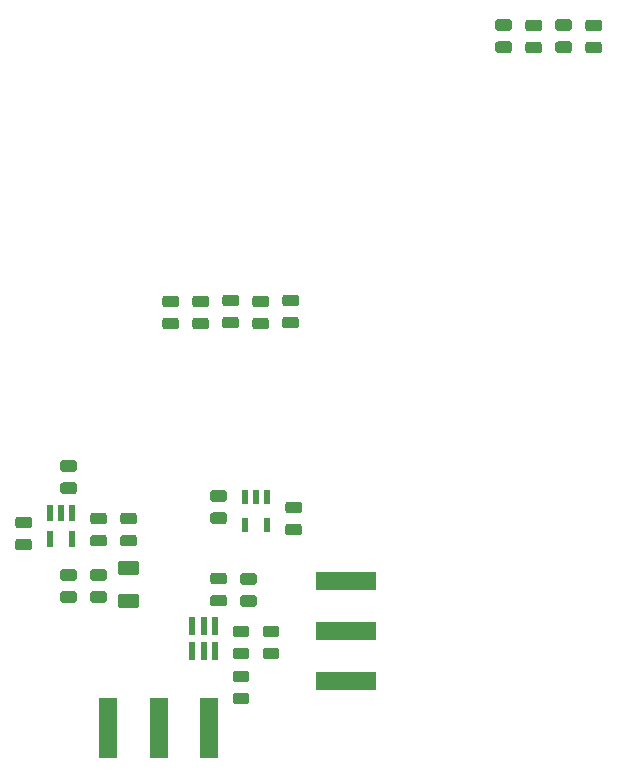
<source format=gbr>
G04 #@! TF.GenerationSoftware,KiCad,Pcbnew,(5.1.5)-3*
G04 #@! TF.CreationDate,2020-06-18T11:59:14-04:00*
G04 #@! TF.ProjectId,red_pitaya_shield,7265645f-7069-4746-9179-615f73686965,rev?*
G04 #@! TF.SameCoordinates,Original*
G04 #@! TF.FileFunction,Paste,Top*
G04 #@! TF.FilePolarity,Positive*
%FSLAX46Y46*%
G04 Gerber Fmt 4.6, Leading zero omitted, Abs format (unit mm)*
G04 Created by KiCad (PCBNEW (5.1.5)-3) date 2020-06-18 11:59:14*
%MOMM*%
%LPD*%
G04 APERTURE LIST*
%ADD10C,0.100000*%
%ADD11R,0.530800X1.511200*%
%ADD12R,0.558800X1.473200*%
%ADD13R,0.558800X1.270000*%
%ADD14R,1.500000X5.080000*%
%ADD15R,5.080000X1.500000*%
G04 APERTURE END LIST*
D10*
G36*
X212316142Y-89605174D02*
G01*
X212339803Y-89608684D01*
X212363007Y-89614496D01*
X212385529Y-89622554D01*
X212407153Y-89632782D01*
X212427670Y-89645079D01*
X212446883Y-89659329D01*
X212464607Y-89675393D01*
X212480671Y-89693117D01*
X212494921Y-89712330D01*
X212507218Y-89732847D01*
X212517446Y-89754471D01*
X212525504Y-89776993D01*
X212531316Y-89800197D01*
X212534826Y-89823858D01*
X212536000Y-89847750D01*
X212536000Y-90335250D01*
X212534826Y-90359142D01*
X212531316Y-90382803D01*
X212525504Y-90406007D01*
X212517446Y-90428529D01*
X212507218Y-90450153D01*
X212494921Y-90470670D01*
X212480671Y-90489883D01*
X212464607Y-90507607D01*
X212446883Y-90523671D01*
X212427670Y-90537921D01*
X212407153Y-90550218D01*
X212385529Y-90560446D01*
X212363007Y-90568504D01*
X212339803Y-90574316D01*
X212316142Y-90577826D01*
X212292250Y-90579000D01*
X211379750Y-90579000D01*
X211355858Y-90577826D01*
X211332197Y-90574316D01*
X211308993Y-90568504D01*
X211286471Y-90560446D01*
X211264847Y-90550218D01*
X211244330Y-90537921D01*
X211225117Y-90523671D01*
X211207393Y-90507607D01*
X211191329Y-90489883D01*
X211177079Y-90470670D01*
X211164782Y-90450153D01*
X211154554Y-90428529D01*
X211146496Y-90406007D01*
X211140684Y-90382803D01*
X211137174Y-90359142D01*
X211136000Y-90335250D01*
X211136000Y-89847750D01*
X211137174Y-89823858D01*
X211140684Y-89800197D01*
X211146496Y-89776993D01*
X211154554Y-89754471D01*
X211164782Y-89732847D01*
X211177079Y-89712330D01*
X211191329Y-89693117D01*
X211207393Y-89675393D01*
X211225117Y-89659329D01*
X211244330Y-89645079D01*
X211264847Y-89632782D01*
X211286471Y-89622554D01*
X211308993Y-89614496D01*
X211332197Y-89608684D01*
X211355858Y-89605174D01*
X211379750Y-89604000D01*
X212292250Y-89604000D01*
X212316142Y-89605174D01*
G37*
G36*
X212316142Y-87730174D02*
G01*
X212339803Y-87733684D01*
X212363007Y-87739496D01*
X212385529Y-87747554D01*
X212407153Y-87757782D01*
X212427670Y-87770079D01*
X212446883Y-87784329D01*
X212464607Y-87800393D01*
X212480671Y-87818117D01*
X212494921Y-87837330D01*
X212507218Y-87857847D01*
X212517446Y-87879471D01*
X212525504Y-87901993D01*
X212531316Y-87925197D01*
X212534826Y-87948858D01*
X212536000Y-87972750D01*
X212536000Y-88460250D01*
X212534826Y-88484142D01*
X212531316Y-88507803D01*
X212525504Y-88531007D01*
X212517446Y-88553529D01*
X212507218Y-88575153D01*
X212494921Y-88595670D01*
X212480671Y-88614883D01*
X212464607Y-88632607D01*
X212446883Y-88648671D01*
X212427670Y-88662921D01*
X212407153Y-88675218D01*
X212385529Y-88685446D01*
X212363007Y-88693504D01*
X212339803Y-88699316D01*
X212316142Y-88702826D01*
X212292250Y-88704000D01*
X211379750Y-88704000D01*
X211355858Y-88702826D01*
X211332197Y-88699316D01*
X211308993Y-88693504D01*
X211286471Y-88685446D01*
X211264847Y-88675218D01*
X211244330Y-88662921D01*
X211225117Y-88648671D01*
X211207393Y-88632607D01*
X211191329Y-88614883D01*
X211177079Y-88595670D01*
X211164782Y-88575153D01*
X211154554Y-88553529D01*
X211146496Y-88531007D01*
X211140684Y-88507803D01*
X211137174Y-88484142D01*
X211136000Y-88460250D01*
X211136000Y-87972750D01*
X211137174Y-87948858D01*
X211140684Y-87925197D01*
X211146496Y-87901993D01*
X211154554Y-87879471D01*
X211164782Y-87857847D01*
X211177079Y-87837330D01*
X211191329Y-87818117D01*
X211207393Y-87800393D01*
X211225117Y-87784329D01*
X211244330Y-87770079D01*
X211264847Y-87757782D01*
X211286471Y-87747554D01*
X211308993Y-87739496D01*
X211332197Y-87733684D01*
X211355858Y-87730174D01*
X211379750Y-87729000D01*
X212292250Y-87729000D01*
X212316142Y-87730174D01*
G37*
G36*
X214856142Y-89683674D02*
G01*
X214879803Y-89687184D01*
X214903007Y-89692996D01*
X214925529Y-89701054D01*
X214947153Y-89711282D01*
X214967670Y-89723579D01*
X214986883Y-89737829D01*
X215004607Y-89753893D01*
X215020671Y-89771617D01*
X215034921Y-89790830D01*
X215047218Y-89811347D01*
X215057446Y-89832971D01*
X215065504Y-89855493D01*
X215071316Y-89878697D01*
X215074826Y-89902358D01*
X215076000Y-89926250D01*
X215076000Y-90413750D01*
X215074826Y-90437642D01*
X215071316Y-90461303D01*
X215065504Y-90484507D01*
X215057446Y-90507029D01*
X215047218Y-90528653D01*
X215034921Y-90549170D01*
X215020671Y-90568383D01*
X215004607Y-90586107D01*
X214986883Y-90602171D01*
X214967670Y-90616421D01*
X214947153Y-90628718D01*
X214925529Y-90638946D01*
X214903007Y-90647004D01*
X214879803Y-90652816D01*
X214856142Y-90656326D01*
X214832250Y-90657500D01*
X213919750Y-90657500D01*
X213895858Y-90656326D01*
X213872197Y-90652816D01*
X213848993Y-90647004D01*
X213826471Y-90638946D01*
X213804847Y-90628718D01*
X213784330Y-90616421D01*
X213765117Y-90602171D01*
X213747393Y-90586107D01*
X213731329Y-90568383D01*
X213717079Y-90549170D01*
X213704782Y-90528653D01*
X213694554Y-90507029D01*
X213686496Y-90484507D01*
X213680684Y-90461303D01*
X213677174Y-90437642D01*
X213676000Y-90413750D01*
X213676000Y-89926250D01*
X213677174Y-89902358D01*
X213680684Y-89878697D01*
X213686496Y-89855493D01*
X213694554Y-89832971D01*
X213704782Y-89811347D01*
X213717079Y-89790830D01*
X213731329Y-89771617D01*
X213747393Y-89753893D01*
X213765117Y-89737829D01*
X213784330Y-89723579D01*
X213804847Y-89711282D01*
X213826471Y-89701054D01*
X213848993Y-89692996D01*
X213872197Y-89687184D01*
X213895858Y-89683674D01*
X213919750Y-89682500D01*
X214832250Y-89682500D01*
X214856142Y-89683674D01*
G37*
G36*
X214856142Y-87808674D02*
G01*
X214879803Y-87812184D01*
X214903007Y-87817996D01*
X214925529Y-87826054D01*
X214947153Y-87836282D01*
X214967670Y-87848579D01*
X214986883Y-87862829D01*
X215004607Y-87878893D01*
X215020671Y-87896617D01*
X215034921Y-87915830D01*
X215047218Y-87936347D01*
X215057446Y-87957971D01*
X215065504Y-87980493D01*
X215071316Y-88003697D01*
X215074826Y-88027358D01*
X215076000Y-88051250D01*
X215076000Y-88538750D01*
X215074826Y-88562642D01*
X215071316Y-88586303D01*
X215065504Y-88609507D01*
X215057446Y-88632029D01*
X215047218Y-88653653D01*
X215034921Y-88674170D01*
X215020671Y-88693383D01*
X215004607Y-88711107D01*
X214986883Y-88727171D01*
X214967670Y-88741421D01*
X214947153Y-88753718D01*
X214925529Y-88763946D01*
X214903007Y-88772004D01*
X214879803Y-88777816D01*
X214856142Y-88781326D01*
X214832250Y-88782500D01*
X213919750Y-88782500D01*
X213895858Y-88781326D01*
X213872197Y-88777816D01*
X213848993Y-88772004D01*
X213826471Y-88763946D01*
X213804847Y-88753718D01*
X213784330Y-88741421D01*
X213765117Y-88727171D01*
X213747393Y-88711107D01*
X213731329Y-88693383D01*
X213717079Y-88674170D01*
X213704782Y-88653653D01*
X213694554Y-88632029D01*
X213686496Y-88609507D01*
X213680684Y-88586303D01*
X213677174Y-88562642D01*
X213676000Y-88538750D01*
X213676000Y-88051250D01*
X213677174Y-88027358D01*
X213680684Y-88003697D01*
X213686496Y-87980493D01*
X213694554Y-87957971D01*
X213704782Y-87936347D01*
X213717079Y-87915830D01*
X213731329Y-87896617D01*
X213747393Y-87878893D01*
X213765117Y-87862829D01*
X213784330Y-87848579D01*
X213804847Y-87836282D01*
X213826471Y-87826054D01*
X213848993Y-87817996D01*
X213872197Y-87812184D01*
X213895858Y-87808674D01*
X213919750Y-87807500D01*
X214832250Y-87807500D01*
X214856142Y-87808674D01*
G37*
G36*
X209776142Y-87808674D02*
G01*
X209799803Y-87812184D01*
X209823007Y-87817996D01*
X209845529Y-87826054D01*
X209867153Y-87836282D01*
X209887670Y-87848579D01*
X209906883Y-87862829D01*
X209924607Y-87878893D01*
X209940671Y-87896617D01*
X209954921Y-87915830D01*
X209967218Y-87936347D01*
X209977446Y-87957971D01*
X209985504Y-87980493D01*
X209991316Y-88003697D01*
X209994826Y-88027358D01*
X209996000Y-88051250D01*
X209996000Y-88538750D01*
X209994826Y-88562642D01*
X209991316Y-88586303D01*
X209985504Y-88609507D01*
X209977446Y-88632029D01*
X209967218Y-88653653D01*
X209954921Y-88674170D01*
X209940671Y-88693383D01*
X209924607Y-88711107D01*
X209906883Y-88727171D01*
X209887670Y-88741421D01*
X209867153Y-88753718D01*
X209845529Y-88763946D01*
X209823007Y-88772004D01*
X209799803Y-88777816D01*
X209776142Y-88781326D01*
X209752250Y-88782500D01*
X208839750Y-88782500D01*
X208815858Y-88781326D01*
X208792197Y-88777816D01*
X208768993Y-88772004D01*
X208746471Y-88763946D01*
X208724847Y-88753718D01*
X208704330Y-88741421D01*
X208685117Y-88727171D01*
X208667393Y-88711107D01*
X208651329Y-88693383D01*
X208637079Y-88674170D01*
X208624782Y-88653653D01*
X208614554Y-88632029D01*
X208606496Y-88609507D01*
X208600684Y-88586303D01*
X208597174Y-88562642D01*
X208596000Y-88538750D01*
X208596000Y-88051250D01*
X208597174Y-88027358D01*
X208600684Y-88003697D01*
X208606496Y-87980493D01*
X208614554Y-87957971D01*
X208624782Y-87936347D01*
X208637079Y-87915830D01*
X208651329Y-87896617D01*
X208667393Y-87878893D01*
X208685117Y-87862829D01*
X208704330Y-87848579D01*
X208724847Y-87836282D01*
X208746471Y-87826054D01*
X208768993Y-87817996D01*
X208792197Y-87812184D01*
X208815858Y-87808674D01*
X208839750Y-87807500D01*
X209752250Y-87807500D01*
X209776142Y-87808674D01*
G37*
G36*
X209776142Y-89683674D02*
G01*
X209799803Y-89687184D01*
X209823007Y-89692996D01*
X209845529Y-89701054D01*
X209867153Y-89711282D01*
X209887670Y-89723579D01*
X209906883Y-89737829D01*
X209924607Y-89753893D01*
X209940671Y-89771617D01*
X209954921Y-89790830D01*
X209967218Y-89811347D01*
X209977446Y-89832971D01*
X209985504Y-89855493D01*
X209991316Y-89878697D01*
X209994826Y-89902358D01*
X209996000Y-89926250D01*
X209996000Y-90413750D01*
X209994826Y-90437642D01*
X209991316Y-90461303D01*
X209985504Y-90484507D01*
X209977446Y-90507029D01*
X209967218Y-90528653D01*
X209954921Y-90549170D01*
X209940671Y-90568383D01*
X209924607Y-90586107D01*
X209906883Y-90602171D01*
X209887670Y-90616421D01*
X209867153Y-90628718D01*
X209845529Y-90638946D01*
X209823007Y-90647004D01*
X209799803Y-90652816D01*
X209776142Y-90656326D01*
X209752250Y-90657500D01*
X208839750Y-90657500D01*
X208815858Y-90656326D01*
X208792197Y-90652816D01*
X208768993Y-90647004D01*
X208746471Y-90638946D01*
X208724847Y-90628718D01*
X208704330Y-90616421D01*
X208685117Y-90602171D01*
X208667393Y-90586107D01*
X208651329Y-90568383D01*
X208637079Y-90549170D01*
X208624782Y-90528653D01*
X208614554Y-90507029D01*
X208606496Y-90484507D01*
X208600684Y-90461303D01*
X208597174Y-90437642D01*
X208596000Y-90413750D01*
X208596000Y-89926250D01*
X208597174Y-89902358D01*
X208600684Y-89878697D01*
X208606496Y-89855493D01*
X208614554Y-89832971D01*
X208624782Y-89811347D01*
X208637079Y-89790830D01*
X208651329Y-89771617D01*
X208667393Y-89753893D01*
X208685117Y-89737829D01*
X208704330Y-89723579D01*
X208724847Y-89711282D01*
X208746471Y-89701054D01*
X208768993Y-89692996D01*
X208792197Y-89687184D01*
X208815858Y-89683674D01*
X208839750Y-89682500D01*
X209752250Y-89682500D01*
X209776142Y-89683674D01*
G37*
G36*
X217396142Y-89605174D02*
G01*
X217419803Y-89608684D01*
X217443007Y-89614496D01*
X217465529Y-89622554D01*
X217487153Y-89632782D01*
X217507670Y-89645079D01*
X217526883Y-89659329D01*
X217544607Y-89675393D01*
X217560671Y-89693117D01*
X217574921Y-89712330D01*
X217587218Y-89732847D01*
X217597446Y-89754471D01*
X217605504Y-89776993D01*
X217611316Y-89800197D01*
X217614826Y-89823858D01*
X217616000Y-89847750D01*
X217616000Y-90335250D01*
X217614826Y-90359142D01*
X217611316Y-90382803D01*
X217605504Y-90406007D01*
X217597446Y-90428529D01*
X217587218Y-90450153D01*
X217574921Y-90470670D01*
X217560671Y-90489883D01*
X217544607Y-90507607D01*
X217526883Y-90523671D01*
X217507670Y-90537921D01*
X217487153Y-90550218D01*
X217465529Y-90560446D01*
X217443007Y-90568504D01*
X217419803Y-90574316D01*
X217396142Y-90577826D01*
X217372250Y-90579000D01*
X216459750Y-90579000D01*
X216435858Y-90577826D01*
X216412197Y-90574316D01*
X216388993Y-90568504D01*
X216366471Y-90560446D01*
X216344847Y-90550218D01*
X216324330Y-90537921D01*
X216305117Y-90523671D01*
X216287393Y-90507607D01*
X216271329Y-90489883D01*
X216257079Y-90470670D01*
X216244782Y-90450153D01*
X216234554Y-90428529D01*
X216226496Y-90406007D01*
X216220684Y-90382803D01*
X216217174Y-90359142D01*
X216216000Y-90335250D01*
X216216000Y-89847750D01*
X216217174Y-89823858D01*
X216220684Y-89800197D01*
X216226496Y-89776993D01*
X216234554Y-89754471D01*
X216244782Y-89732847D01*
X216257079Y-89712330D01*
X216271329Y-89693117D01*
X216287393Y-89675393D01*
X216305117Y-89659329D01*
X216324330Y-89645079D01*
X216344847Y-89632782D01*
X216366471Y-89622554D01*
X216388993Y-89614496D01*
X216412197Y-89608684D01*
X216435858Y-89605174D01*
X216459750Y-89604000D01*
X217372250Y-89604000D01*
X217396142Y-89605174D01*
G37*
G36*
X217396142Y-87730174D02*
G01*
X217419803Y-87733684D01*
X217443007Y-87739496D01*
X217465529Y-87747554D01*
X217487153Y-87757782D01*
X217507670Y-87770079D01*
X217526883Y-87784329D01*
X217544607Y-87800393D01*
X217560671Y-87818117D01*
X217574921Y-87837330D01*
X217587218Y-87857847D01*
X217597446Y-87879471D01*
X217605504Y-87901993D01*
X217611316Y-87925197D01*
X217614826Y-87948858D01*
X217616000Y-87972750D01*
X217616000Y-88460250D01*
X217614826Y-88484142D01*
X217611316Y-88507803D01*
X217605504Y-88531007D01*
X217597446Y-88553529D01*
X217587218Y-88575153D01*
X217574921Y-88595670D01*
X217560671Y-88614883D01*
X217544607Y-88632607D01*
X217526883Y-88648671D01*
X217507670Y-88662921D01*
X217487153Y-88675218D01*
X217465529Y-88685446D01*
X217443007Y-88693504D01*
X217419803Y-88699316D01*
X217396142Y-88702826D01*
X217372250Y-88704000D01*
X216459750Y-88704000D01*
X216435858Y-88702826D01*
X216412197Y-88699316D01*
X216388993Y-88693504D01*
X216366471Y-88685446D01*
X216344847Y-88675218D01*
X216324330Y-88662921D01*
X216305117Y-88648671D01*
X216287393Y-88632607D01*
X216271329Y-88614883D01*
X216257079Y-88595670D01*
X216244782Y-88575153D01*
X216234554Y-88553529D01*
X216226496Y-88531007D01*
X216220684Y-88507803D01*
X216217174Y-88484142D01*
X216216000Y-88460250D01*
X216216000Y-87972750D01*
X216217174Y-87948858D01*
X216220684Y-87925197D01*
X216226496Y-87901993D01*
X216234554Y-87879471D01*
X216244782Y-87857847D01*
X216257079Y-87837330D01*
X216271329Y-87818117D01*
X216287393Y-87800393D01*
X216305117Y-87784329D01*
X216324330Y-87770079D01*
X216344847Y-87757782D01*
X216366471Y-87747554D01*
X216388993Y-87739496D01*
X216412197Y-87733684D01*
X216435858Y-87730174D01*
X216459750Y-87729000D01*
X217372250Y-87729000D01*
X217396142Y-87730174D01*
G37*
G36*
X207236142Y-87808674D02*
G01*
X207259803Y-87812184D01*
X207283007Y-87817996D01*
X207305529Y-87826054D01*
X207327153Y-87836282D01*
X207347670Y-87848579D01*
X207366883Y-87862829D01*
X207384607Y-87878893D01*
X207400671Y-87896617D01*
X207414921Y-87915830D01*
X207427218Y-87936347D01*
X207437446Y-87957971D01*
X207445504Y-87980493D01*
X207451316Y-88003697D01*
X207454826Y-88027358D01*
X207456000Y-88051250D01*
X207456000Y-88538750D01*
X207454826Y-88562642D01*
X207451316Y-88586303D01*
X207445504Y-88609507D01*
X207437446Y-88632029D01*
X207427218Y-88653653D01*
X207414921Y-88674170D01*
X207400671Y-88693383D01*
X207384607Y-88711107D01*
X207366883Y-88727171D01*
X207347670Y-88741421D01*
X207327153Y-88753718D01*
X207305529Y-88763946D01*
X207283007Y-88772004D01*
X207259803Y-88777816D01*
X207236142Y-88781326D01*
X207212250Y-88782500D01*
X206299750Y-88782500D01*
X206275858Y-88781326D01*
X206252197Y-88777816D01*
X206228993Y-88772004D01*
X206206471Y-88763946D01*
X206184847Y-88753718D01*
X206164330Y-88741421D01*
X206145117Y-88727171D01*
X206127393Y-88711107D01*
X206111329Y-88693383D01*
X206097079Y-88674170D01*
X206084782Y-88653653D01*
X206074554Y-88632029D01*
X206066496Y-88609507D01*
X206060684Y-88586303D01*
X206057174Y-88562642D01*
X206056000Y-88538750D01*
X206056000Y-88051250D01*
X206057174Y-88027358D01*
X206060684Y-88003697D01*
X206066496Y-87980493D01*
X206074554Y-87957971D01*
X206084782Y-87936347D01*
X206097079Y-87915830D01*
X206111329Y-87896617D01*
X206127393Y-87878893D01*
X206145117Y-87862829D01*
X206164330Y-87848579D01*
X206184847Y-87836282D01*
X206206471Y-87826054D01*
X206228993Y-87817996D01*
X206252197Y-87812184D01*
X206275858Y-87808674D01*
X206299750Y-87807500D01*
X207212250Y-87807500D01*
X207236142Y-87808674D01*
G37*
G36*
X207236142Y-89683674D02*
G01*
X207259803Y-89687184D01*
X207283007Y-89692996D01*
X207305529Y-89701054D01*
X207327153Y-89711282D01*
X207347670Y-89723579D01*
X207366883Y-89737829D01*
X207384607Y-89753893D01*
X207400671Y-89771617D01*
X207414921Y-89790830D01*
X207427218Y-89811347D01*
X207437446Y-89832971D01*
X207445504Y-89855493D01*
X207451316Y-89878697D01*
X207454826Y-89902358D01*
X207456000Y-89926250D01*
X207456000Y-90413750D01*
X207454826Y-90437642D01*
X207451316Y-90461303D01*
X207445504Y-90484507D01*
X207437446Y-90507029D01*
X207427218Y-90528653D01*
X207414921Y-90549170D01*
X207400671Y-90568383D01*
X207384607Y-90586107D01*
X207366883Y-90602171D01*
X207347670Y-90616421D01*
X207327153Y-90628718D01*
X207305529Y-90638946D01*
X207283007Y-90647004D01*
X207259803Y-90652816D01*
X207236142Y-90656326D01*
X207212250Y-90657500D01*
X206299750Y-90657500D01*
X206275858Y-90656326D01*
X206252197Y-90652816D01*
X206228993Y-90647004D01*
X206206471Y-90638946D01*
X206184847Y-90628718D01*
X206164330Y-90616421D01*
X206145117Y-90602171D01*
X206127393Y-90586107D01*
X206111329Y-90568383D01*
X206097079Y-90549170D01*
X206084782Y-90528653D01*
X206074554Y-90507029D01*
X206066496Y-90484507D01*
X206060684Y-90461303D01*
X206057174Y-90437642D01*
X206056000Y-90413750D01*
X206056000Y-89926250D01*
X206057174Y-89902358D01*
X206060684Y-89878697D01*
X206066496Y-89855493D01*
X206074554Y-89832971D01*
X206084782Y-89811347D01*
X206097079Y-89790830D01*
X206111329Y-89771617D01*
X206127393Y-89753893D01*
X206145117Y-89737829D01*
X206164330Y-89723579D01*
X206184847Y-89711282D01*
X206206471Y-89701054D01*
X206228993Y-89692996D01*
X206252197Y-89687184D01*
X206275858Y-89683674D01*
X206299750Y-89682500D01*
X207212250Y-89682500D01*
X207236142Y-89683674D01*
G37*
G36*
X240510142Y-64410674D02*
G01*
X240533803Y-64414184D01*
X240557007Y-64419996D01*
X240579529Y-64428054D01*
X240601153Y-64438282D01*
X240621670Y-64450579D01*
X240640883Y-64464829D01*
X240658607Y-64480893D01*
X240674671Y-64498617D01*
X240688921Y-64517830D01*
X240701218Y-64538347D01*
X240711446Y-64559971D01*
X240719504Y-64582493D01*
X240725316Y-64605697D01*
X240728826Y-64629358D01*
X240730000Y-64653250D01*
X240730000Y-65140750D01*
X240728826Y-65164642D01*
X240725316Y-65188303D01*
X240719504Y-65211507D01*
X240711446Y-65234029D01*
X240701218Y-65255653D01*
X240688921Y-65276170D01*
X240674671Y-65295383D01*
X240658607Y-65313107D01*
X240640883Y-65329171D01*
X240621670Y-65343421D01*
X240601153Y-65355718D01*
X240579529Y-65365946D01*
X240557007Y-65374004D01*
X240533803Y-65379816D01*
X240510142Y-65383326D01*
X240486250Y-65384500D01*
X239573750Y-65384500D01*
X239549858Y-65383326D01*
X239526197Y-65379816D01*
X239502993Y-65374004D01*
X239480471Y-65365946D01*
X239458847Y-65355718D01*
X239438330Y-65343421D01*
X239419117Y-65329171D01*
X239401393Y-65313107D01*
X239385329Y-65295383D01*
X239371079Y-65276170D01*
X239358782Y-65255653D01*
X239348554Y-65234029D01*
X239340496Y-65211507D01*
X239334684Y-65188303D01*
X239331174Y-65164642D01*
X239330000Y-65140750D01*
X239330000Y-64653250D01*
X239331174Y-64629358D01*
X239334684Y-64605697D01*
X239340496Y-64582493D01*
X239348554Y-64559971D01*
X239358782Y-64538347D01*
X239371079Y-64517830D01*
X239385329Y-64498617D01*
X239401393Y-64480893D01*
X239419117Y-64464829D01*
X239438330Y-64450579D01*
X239458847Y-64438282D01*
X239480471Y-64428054D01*
X239502993Y-64419996D01*
X239526197Y-64414184D01*
X239549858Y-64410674D01*
X239573750Y-64409500D01*
X240486250Y-64409500D01*
X240510142Y-64410674D01*
G37*
G36*
X240510142Y-66285674D02*
G01*
X240533803Y-66289184D01*
X240557007Y-66294996D01*
X240579529Y-66303054D01*
X240601153Y-66313282D01*
X240621670Y-66325579D01*
X240640883Y-66339829D01*
X240658607Y-66355893D01*
X240674671Y-66373617D01*
X240688921Y-66392830D01*
X240701218Y-66413347D01*
X240711446Y-66434971D01*
X240719504Y-66457493D01*
X240725316Y-66480697D01*
X240728826Y-66504358D01*
X240730000Y-66528250D01*
X240730000Y-67015750D01*
X240728826Y-67039642D01*
X240725316Y-67063303D01*
X240719504Y-67086507D01*
X240711446Y-67109029D01*
X240701218Y-67130653D01*
X240688921Y-67151170D01*
X240674671Y-67170383D01*
X240658607Y-67188107D01*
X240640883Y-67204171D01*
X240621670Y-67218421D01*
X240601153Y-67230718D01*
X240579529Y-67240946D01*
X240557007Y-67249004D01*
X240533803Y-67254816D01*
X240510142Y-67258326D01*
X240486250Y-67259500D01*
X239573750Y-67259500D01*
X239549858Y-67258326D01*
X239526197Y-67254816D01*
X239502993Y-67249004D01*
X239480471Y-67240946D01*
X239458847Y-67230718D01*
X239438330Y-67218421D01*
X239419117Y-67204171D01*
X239401393Y-67188107D01*
X239385329Y-67170383D01*
X239371079Y-67151170D01*
X239358782Y-67130653D01*
X239348554Y-67109029D01*
X239340496Y-67086507D01*
X239334684Y-67063303D01*
X239331174Y-67039642D01*
X239330000Y-67015750D01*
X239330000Y-66528250D01*
X239331174Y-66504358D01*
X239334684Y-66480697D01*
X239340496Y-66457493D01*
X239348554Y-66434971D01*
X239358782Y-66413347D01*
X239371079Y-66392830D01*
X239385329Y-66373617D01*
X239401393Y-66355893D01*
X239419117Y-66339829D01*
X239438330Y-66325579D01*
X239458847Y-66313282D01*
X239480471Y-66303054D01*
X239502993Y-66294996D01*
X239526197Y-66289184D01*
X239549858Y-66285674D01*
X239573750Y-66284500D01*
X240486250Y-66284500D01*
X240510142Y-66285674D01*
G37*
G36*
X237970142Y-66315674D02*
G01*
X237993803Y-66319184D01*
X238017007Y-66324996D01*
X238039529Y-66333054D01*
X238061153Y-66343282D01*
X238081670Y-66355579D01*
X238100883Y-66369829D01*
X238118607Y-66385893D01*
X238134671Y-66403617D01*
X238148921Y-66422830D01*
X238161218Y-66443347D01*
X238171446Y-66464971D01*
X238179504Y-66487493D01*
X238185316Y-66510697D01*
X238188826Y-66534358D01*
X238190000Y-66558250D01*
X238190000Y-67045750D01*
X238188826Y-67069642D01*
X238185316Y-67093303D01*
X238179504Y-67116507D01*
X238171446Y-67139029D01*
X238161218Y-67160653D01*
X238148921Y-67181170D01*
X238134671Y-67200383D01*
X238118607Y-67218107D01*
X238100883Y-67234171D01*
X238081670Y-67248421D01*
X238061153Y-67260718D01*
X238039529Y-67270946D01*
X238017007Y-67279004D01*
X237993803Y-67284816D01*
X237970142Y-67288326D01*
X237946250Y-67289500D01*
X237033750Y-67289500D01*
X237009858Y-67288326D01*
X236986197Y-67284816D01*
X236962993Y-67279004D01*
X236940471Y-67270946D01*
X236918847Y-67260718D01*
X236898330Y-67248421D01*
X236879117Y-67234171D01*
X236861393Y-67218107D01*
X236845329Y-67200383D01*
X236831079Y-67181170D01*
X236818782Y-67160653D01*
X236808554Y-67139029D01*
X236800496Y-67116507D01*
X236794684Y-67093303D01*
X236791174Y-67069642D01*
X236790000Y-67045750D01*
X236790000Y-66558250D01*
X236791174Y-66534358D01*
X236794684Y-66510697D01*
X236800496Y-66487493D01*
X236808554Y-66464971D01*
X236818782Y-66443347D01*
X236831079Y-66422830D01*
X236845329Y-66403617D01*
X236861393Y-66385893D01*
X236879117Y-66369829D01*
X236898330Y-66355579D01*
X236918847Y-66343282D01*
X236940471Y-66333054D01*
X236962993Y-66324996D01*
X236986197Y-66319184D01*
X237009858Y-66315674D01*
X237033750Y-66314500D01*
X237946250Y-66314500D01*
X237970142Y-66315674D01*
G37*
G36*
X237970142Y-64440674D02*
G01*
X237993803Y-64444184D01*
X238017007Y-64449996D01*
X238039529Y-64458054D01*
X238061153Y-64468282D01*
X238081670Y-64480579D01*
X238100883Y-64494829D01*
X238118607Y-64510893D01*
X238134671Y-64528617D01*
X238148921Y-64547830D01*
X238161218Y-64568347D01*
X238171446Y-64589971D01*
X238179504Y-64612493D01*
X238185316Y-64635697D01*
X238188826Y-64659358D01*
X238190000Y-64683250D01*
X238190000Y-65170750D01*
X238188826Y-65194642D01*
X238185316Y-65218303D01*
X238179504Y-65241507D01*
X238171446Y-65264029D01*
X238161218Y-65285653D01*
X238148921Y-65306170D01*
X238134671Y-65325383D01*
X238118607Y-65343107D01*
X238100883Y-65359171D01*
X238081670Y-65373421D01*
X238061153Y-65385718D01*
X238039529Y-65395946D01*
X238017007Y-65404004D01*
X237993803Y-65409816D01*
X237970142Y-65413326D01*
X237946250Y-65414500D01*
X237033750Y-65414500D01*
X237009858Y-65413326D01*
X236986197Y-65409816D01*
X236962993Y-65404004D01*
X236940471Y-65395946D01*
X236918847Y-65385718D01*
X236898330Y-65373421D01*
X236879117Y-65359171D01*
X236861393Y-65343107D01*
X236845329Y-65325383D01*
X236831079Y-65306170D01*
X236818782Y-65285653D01*
X236808554Y-65264029D01*
X236800496Y-65241507D01*
X236794684Y-65218303D01*
X236791174Y-65194642D01*
X236790000Y-65170750D01*
X236790000Y-64683250D01*
X236791174Y-64659358D01*
X236794684Y-64635697D01*
X236800496Y-64612493D01*
X236808554Y-64589971D01*
X236818782Y-64568347D01*
X236831079Y-64547830D01*
X236845329Y-64528617D01*
X236861393Y-64510893D01*
X236879117Y-64494829D01*
X236898330Y-64480579D01*
X236918847Y-64468282D01*
X236940471Y-64458054D01*
X236962993Y-64449996D01*
X236986197Y-64444184D01*
X237009858Y-64440674D01*
X237033750Y-64439500D01*
X237946250Y-64439500D01*
X237970142Y-64440674D01*
G37*
G36*
X243050142Y-64440674D02*
G01*
X243073803Y-64444184D01*
X243097007Y-64449996D01*
X243119529Y-64458054D01*
X243141153Y-64468282D01*
X243161670Y-64480579D01*
X243180883Y-64494829D01*
X243198607Y-64510893D01*
X243214671Y-64528617D01*
X243228921Y-64547830D01*
X243241218Y-64568347D01*
X243251446Y-64589971D01*
X243259504Y-64612493D01*
X243265316Y-64635697D01*
X243268826Y-64659358D01*
X243270000Y-64683250D01*
X243270000Y-65170750D01*
X243268826Y-65194642D01*
X243265316Y-65218303D01*
X243259504Y-65241507D01*
X243251446Y-65264029D01*
X243241218Y-65285653D01*
X243228921Y-65306170D01*
X243214671Y-65325383D01*
X243198607Y-65343107D01*
X243180883Y-65359171D01*
X243161670Y-65373421D01*
X243141153Y-65385718D01*
X243119529Y-65395946D01*
X243097007Y-65404004D01*
X243073803Y-65409816D01*
X243050142Y-65413326D01*
X243026250Y-65414500D01*
X242113750Y-65414500D01*
X242089858Y-65413326D01*
X242066197Y-65409816D01*
X242042993Y-65404004D01*
X242020471Y-65395946D01*
X241998847Y-65385718D01*
X241978330Y-65373421D01*
X241959117Y-65359171D01*
X241941393Y-65343107D01*
X241925329Y-65325383D01*
X241911079Y-65306170D01*
X241898782Y-65285653D01*
X241888554Y-65264029D01*
X241880496Y-65241507D01*
X241874684Y-65218303D01*
X241871174Y-65194642D01*
X241870000Y-65170750D01*
X241870000Y-64683250D01*
X241871174Y-64659358D01*
X241874684Y-64635697D01*
X241880496Y-64612493D01*
X241888554Y-64589971D01*
X241898782Y-64568347D01*
X241911079Y-64547830D01*
X241925329Y-64528617D01*
X241941393Y-64510893D01*
X241959117Y-64494829D01*
X241978330Y-64480579D01*
X241998847Y-64468282D01*
X242020471Y-64458054D01*
X242042993Y-64449996D01*
X242066197Y-64444184D01*
X242089858Y-64440674D01*
X242113750Y-64439500D01*
X243026250Y-64439500D01*
X243050142Y-64440674D01*
G37*
G36*
X243050142Y-66315674D02*
G01*
X243073803Y-66319184D01*
X243097007Y-66324996D01*
X243119529Y-66333054D01*
X243141153Y-66343282D01*
X243161670Y-66355579D01*
X243180883Y-66369829D01*
X243198607Y-66385893D01*
X243214671Y-66403617D01*
X243228921Y-66422830D01*
X243241218Y-66443347D01*
X243251446Y-66464971D01*
X243259504Y-66487493D01*
X243265316Y-66510697D01*
X243268826Y-66534358D01*
X243270000Y-66558250D01*
X243270000Y-67045750D01*
X243268826Y-67069642D01*
X243265316Y-67093303D01*
X243259504Y-67116507D01*
X243251446Y-67139029D01*
X243241218Y-67160653D01*
X243228921Y-67181170D01*
X243214671Y-67200383D01*
X243198607Y-67218107D01*
X243180883Y-67234171D01*
X243161670Y-67248421D01*
X243141153Y-67260718D01*
X243119529Y-67270946D01*
X243097007Y-67279004D01*
X243073803Y-67284816D01*
X243050142Y-67288326D01*
X243026250Y-67289500D01*
X242113750Y-67289500D01*
X242089858Y-67288326D01*
X242066197Y-67284816D01*
X242042993Y-67279004D01*
X242020471Y-67270946D01*
X241998847Y-67260718D01*
X241978330Y-67248421D01*
X241959117Y-67234171D01*
X241941393Y-67218107D01*
X241925329Y-67200383D01*
X241911079Y-67181170D01*
X241898782Y-67160653D01*
X241888554Y-67139029D01*
X241880496Y-67116507D01*
X241874684Y-67093303D01*
X241871174Y-67069642D01*
X241870000Y-67045750D01*
X241870000Y-66558250D01*
X241871174Y-66534358D01*
X241874684Y-66510697D01*
X241880496Y-66487493D01*
X241888554Y-66464971D01*
X241898782Y-66443347D01*
X241911079Y-66422830D01*
X241925329Y-66403617D01*
X241941393Y-66385893D01*
X241959117Y-66369829D01*
X241978330Y-66355579D01*
X241998847Y-66343282D01*
X242020471Y-66333054D01*
X242042993Y-66324996D01*
X242066197Y-66319184D01*
X242089858Y-66315674D01*
X242113750Y-66314500D01*
X243026250Y-66314500D01*
X243050142Y-66315674D01*
G37*
G36*
X235430142Y-66285674D02*
G01*
X235453803Y-66289184D01*
X235477007Y-66294996D01*
X235499529Y-66303054D01*
X235521153Y-66313282D01*
X235541670Y-66325579D01*
X235560883Y-66339829D01*
X235578607Y-66355893D01*
X235594671Y-66373617D01*
X235608921Y-66392830D01*
X235621218Y-66413347D01*
X235631446Y-66434971D01*
X235639504Y-66457493D01*
X235645316Y-66480697D01*
X235648826Y-66504358D01*
X235650000Y-66528250D01*
X235650000Y-67015750D01*
X235648826Y-67039642D01*
X235645316Y-67063303D01*
X235639504Y-67086507D01*
X235631446Y-67109029D01*
X235621218Y-67130653D01*
X235608921Y-67151170D01*
X235594671Y-67170383D01*
X235578607Y-67188107D01*
X235560883Y-67204171D01*
X235541670Y-67218421D01*
X235521153Y-67230718D01*
X235499529Y-67240946D01*
X235477007Y-67249004D01*
X235453803Y-67254816D01*
X235430142Y-67258326D01*
X235406250Y-67259500D01*
X234493750Y-67259500D01*
X234469858Y-67258326D01*
X234446197Y-67254816D01*
X234422993Y-67249004D01*
X234400471Y-67240946D01*
X234378847Y-67230718D01*
X234358330Y-67218421D01*
X234339117Y-67204171D01*
X234321393Y-67188107D01*
X234305329Y-67170383D01*
X234291079Y-67151170D01*
X234278782Y-67130653D01*
X234268554Y-67109029D01*
X234260496Y-67086507D01*
X234254684Y-67063303D01*
X234251174Y-67039642D01*
X234250000Y-67015750D01*
X234250000Y-66528250D01*
X234251174Y-66504358D01*
X234254684Y-66480697D01*
X234260496Y-66457493D01*
X234268554Y-66434971D01*
X234278782Y-66413347D01*
X234291079Y-66392830D01*
X234305329Y-66373617D01*
X234321393Y-66355893D01*
X234339117Y-66339829D01*
X234358330Y-66325579D01*
X234378847Y-66313282D01*
X234400471Y-66303054D01*
X234422993Y-66294996D01*
X234446197Y-66289184D01*
X234469858Y-66285674D01*
X234493750Y-66284500D01*
X235406250Y-66284500D01*
X235430142Y-66285674D01*
G37*
G36*
X235430142Y-64410674D02*
G01*
X235453803Y-64414184D01*
X235477007Y-64419996D01*
X235499529Y-64428054D01*
X235521153Y-64438282D01*
X235541670Y-64450579D01*
X235560883Y-64464829D01*
X235578607Y-64480893D01*
X235594671Y-64498617D01*
X235608921Y-64517830D01*
X235621218Y-64538347D01*
X235631446Y-64559971D01*
X235639504Y-64582493D01*
X235645316Y-64605697D01*
X235648826Y-64629358D01*
X235650000Y-64653250D01*
X235650000Y-65140750D01*
X235648826Y-65164642D01*
X235645316Y-65188303D01*
X235639504Y-65211507D01*
X235631446Y-65234029D01*
X235621218Y-65255653D01*
X235608921Y-65276170D01*
X235594671Y-65295383D01*
X235578607Y-65313107D01*
X235560883Y-65329171D01*
X235541670Y-65343421D01*
X235521153Y-65355718D01*
X235499529Y-65365946D01*
X235477007Y-65374004D01*
X235453803Y-65379816D01*
X235430142Y-65383326D01*
X235406250Y-65384500D01*
X234493750Y-65384500D01*
X234469858Y-65383326D01*
X234446197Y-65379816D01*
X234422993Y-65374004D01*
X234400471Y-65365946D01*
X234378847Y-65355718D01*
X234358330Y-65343421D01*
X234339117Y-65329171D01*
X234321393Y-65313107D01*
X234305329Y-65295383D01*
X234291079Y-65276170D01*
X234278782Y-65255653D01*
X234268554Y-65234029D01*
X234260496Y-65211507D01*
X234254684Y-65188303D01*
X234251174Y-65164642D01*
X234250000Y-65140750D01*
X234250000Y-64653250D01*
X234251174Y-64629358D01*
X234254684Y-64605697D01*
X234260496Y-64582493D01*
X234268554Y-64559971D01*
X234278782Y-64538347D01*
X234291079Y-64517830D01*
X234305329Y-64498617D01*
X234321393Y-64480893D01*
X234339117Y-64464829D01*
X234358330Y-64450579D01*
X234378847Y-64438282D01*
X234400471Y-64428054D01*
X234422993Y-64419996D01*
X234446197Y-64414184D01*
X234469858Y-64410674D01*
X234493750Y-64409500D01*
X235406250Y-64409500D01*
X235430142Y-64410674D01*
G37*
D11*
X208599999Y-115740000D03*
X209550000Y-115740000D03*
X210500001Y-115740000D03*
X210500001Y-117940000D03*
X209550000Y-117940000D03*
X208599999Y-117940000D03*
D12*
X198435001Y-108432600D03*
X196534999Y-108432600D03*
X196534999Y-106197400D03*
X197485000Y-106197400D03*
X198435001Y-106197400D03*
D13*
X214947500Y-107264200D03*
X213042500Y-107264200D03*
X213042500Y-104825800D03*
X213995000Y-104825800D03*
X214947500Y-104825800D03*
D10*
G36*
X213840142Y-111303674D02*
G01*
X213863803Y-111307184D01*
X213887007Y-111312996D01*
X213909529Y-111321054D01*
X213931153Y-111331282D01*
X213951670Y-111343579D01*
X213970883Y-111357829D01*
X213988607Y-111373893D01*
X214004671Y-111391617D01*
X214018921Y-111410830D01*
X214031218Y-111431347D01*
X214041446Y-111452971D01*
X214049504Y-111475493D01*
X214055316Y-111498697D01*
X214058826Y-111522358D01*
X214060000Y-111546250D01*
X214060000Y-112033750D01*
X214058826Y-112057642D01*
X214055316Y-112081303D01*
X214049504Y-112104507D01*
X214041446Y-112127029D01*
X214031218Y-112148653D01*
X214018921Y-112169170D01*
X214004671Y-112188383D01*
X213988607Y-112206107D01*
X213970883Y-112222171D01*
X213951670Y-112236421D01*
X213931153Y-112248718D01*
X213909529Y-112258946D01*
X213887007Y-112267004D01*
X213863803Y-112272816D01*
X213840142Y-112276326D01*
X213816250Y-112277500D01*
X212903750Y-112277500D01*
X212879858Y-112276326D01*
X212856197Y-112272816D01*
X212832993Y-112267004D01*
X212810471Y-112258946D01*
X212788847Y-112248718D01*
X212768330Y-112236421D01*
X212749117Y-112222171D01*
X212731393Y-112206107D01*
X212715329Y-112188383D01*
X212701079Y-112169170D01*
X212688782Y-112148653D01*
X212678554Y-112127029D01*
X212670496Y-112104507D01*
X212664684Y-112081303D01*
X212661174Y-112057642D01*
X212660000Y-112033750D01*
X212660000Y-111546250D01*
X212661174Y-111522358D01*
X212664684Y-111498697D01*
X212670496Y-111475493D01*
X212678554Y-111452971D01*
X212688782Y-111431347D01*
X212701079Y-111410830D01*
X212715329Y-111391617D01*
X212731393Y-111373893D01*
X212749117Y-111357829D01*
X212768330Y-111343579D01*
X212788847Y-111331282D01*
X212810471Y-111321054D01*
X212832993Y-111312996D01*
X212856197Y-111307184D01*
X212879858Y-111303674D01*
X212903750Y-111302500D01*
X213816250Y-111302500D01*
X213840142Y-111303674D01*
G37*
G36*
X213840142Y-113178674D02*
G01*
X213863803Y-113182184D01*
X213887007Y-113187996D01*
X213909529Y-113196054D01*
X213931153Y-113206282D01*
X213951670Y-113218579D01*
X213970883Y-113232829D01*
X213988607Y-113248893D01*
X214004671Y-113266617D01*
X214018921Y-113285830D01*
X214031218Y-113306347D01*
X214041446Y-113327971D01*
X214049504Y-113350493D01*
X214055316Y-113373697D01*
X214058826Y-113397358D01*
X214060000Y-113421250D01*
X214060000Y-113908750D01*
X214058826Y-113932642D01*
X214055316Y-113956303D01*
X214049504Y-113979507D01*
X214041446Y-114002029D01*
X214031218Y-114023653D01*
X214018921Y-114044170D01*
X214004671Y-114063383D01*
X213988607Y-114081107D01*
X213970883Y-114097171D01*
X213951670Y-114111421D01*
X213931153Y-114123718D01*
X213909529Y-114133946D01*
X213887007Y-114142004D01*
X213863803Y-114147816D01*
X213840142Y-114151326D01*
X213816250Y-114152500D01*
X212903750Y-114152500D01*
X212879858Y-114151326D01*
X212856197Y-114147816D01*
X212832993Y-114142004D01*
X212810471Y-114133946D01*
X212788847Y-114123718D01*
X212768330Y-114111421D01*
X212749117Y-114097171D01*
X212731393Y-114081107D01*
X212715329Y-114063383D01*
X212701079Y-114044170D01*
X212688782Y-114023653D01*
X212678554Y-114002029D01*
X212670496Y-113979507D01*
X212664684Y-113956303D01*
X212661174Y-113932642D01*
X212660000Y-113908750D01*
X212660000Y-113421250D01*
X212661174Y-113397358D01*
X212664684Y-113373697D01*
X212670496Y-113350493D01*
X212678554Y-113327971D01*
X212688782Y-113306347D01*
X212701079Y-113285830D01*
X212715329Y-113266617D01*
X212731393Y-113248893D01*
X212749117Y-113232829D01*
X212768330Y-113218579D01*
X212788847Y-113206282D01*
X212810471Y-113196054D01*
X212832993Y-113187996D01*
X212856197Y-113182184D01*
X212879858Y-113178674D01*
X212903750Y-113177500D01*
X213816250Y-113177500D01*
X213840142Y-113178674D01*
G37*
G36*
X211300142Y-111273674D02*
G01*
X211323803Y-111277184D01*
X211347007Y-111282996D01*
X211369529Y-111291054D01*
X211391153Y-111301282D01*
X211411670Y-111313579D01*
X211430883Y-111327829D01*
X211448607Y-111343893D01*
X211464671Y-111361617D01*
X211478921Y-111380830D01*
X211491218Y-111401347D01*
X211501446Y-111422971D01*
X211509504Y-111445493D01*
X211515316Y-111468697D01*
X211518826Y-111492358D01*
X211520000Y-111516250D01*
X211520000Y-112003750D01*
X211518826Y-112027642D01*
X211515316Y-112051303D01*
X211509504Y-112074507D01*
X211501446Y-112097029D01*
X211491218Y-112118653D01*
X211478921Y-112139170D01*
X211464671Y-112158383D01*
X211448607Y-112176107D01*
X211430883Y-112192171D01*
X211411670Y-112206421D01*
X211391153Y-112218718D01*
X211369529Y-112228946D01*
X211347007Y-112237004D01*
X211323803Y-112242816D01*
X211300142Y-112246326D01*
X211276250Y-112247500D01*
X210363750Y-112247500D01*
X210339858Y-112246326D01*
X210316197Y-112242816D01*
X210292993Y-112237004D01*
X210270471Y-112228946D01*
X210248847Y-112218718D01*
X210228330Y-112206421D01*
X210209117Y-112192171D01*
X210191393Y-112176107D01*
X210175329Y-112158383D01*
X210161079Y-112139170D01*
X210148782Y-112118653D01*
X210138554Y-112097029D01*
X210130496Y-112074507D01*
X210124684Y-112051303D01*
X210121174Y-112027642D01*
X210120000Y-112003750D01*
X210120000Y-111516250D01*
X210121174Y-111492358D01*
X210124684Y-111468697D01*
X210130496Y-111445493D01*
X210138554Y-111422971D01*
X210148782Y-111401347D01*
X210161079Y-111380830D01*
X210175329Y-111361617D01*
X210191393Y-111343893D01*
X210209117Y-111327829D01*
X210228330Y-111313579D01*
X210248847Y-111301282D01*
X210270471Y-111291054D01*
X210292993Y-111282996D01*
X210316197Y-111277184D01*
X210339858Y-111273674D01*
X210363750Y-111272500D01*
X211276250Y-111272500D01*
X211300142Y-111273674D01*
G37*
G36*
X211300142Y-113148674D02*
G01*
X211323803Y-113152184D01*
X211347007Y-113157996D01*
X211369529Y-113166054D01*
X211391153Y-113176282D01*
X211411670Y-113188579D01*
X211430883Y-113202829D01*
X211448607Y-113218893D01*
X211464671Y-113236617D01*
X211478921Y-113255830D01*
X211491218Y-113276347D01*
X211501446Y-113297971D01*
X211509504Y-113320493D01*
X211515316Y-113343697D01*
X211518826Y-113367358D01*
X211520000Y-113391250D01*
X211520000Y-113878750D01*
X211518826Y-113902642D01*
X211515316Y-113926303D01*
X211509504Y-113949507D01*
X211501446Y-113972029D01*
X211491218Y-113993653D01*
X211478921Y-114014170D01*
X211464671Y-114033383D01*
X211448607Y-114051107D01*
X211430883Y-114067171D01*
X211411670Y-114081421D01*
X211391153Y-114093718D01*
X211369529Y-114103946D01*
X211347007Y-114112004D01*
X211323803Y-114117816D01*
X211300142Y-114121326D01*
X211276250Y-114122500D01*
X210363750Y-114122500D01*
X210339858Y-114121326D01*
X210316197Y-114117816D01*
X210292993Y-114112004D01*
X210270471Y-114103946D01*
X210248847Y-114093718D01*
X210228330Y-114081421D01*
X210209117Y-114067171D01*
X210191393Y-114051107D01*
X210175329Y-114033383D01*
X210161079Y-114014170D01*
X210148782Y-113993653D01*
X210138554Y-113972029D01*
X210130496Y-113949507D01*
X210124684Y-113926303D01*
X210121174Y-113902642D01*
X210120000Y-113878750D01*
X210120000Y-113391250D01*
X210121174Y-113367358D01*
X210124684Y-113343697D01*
X210130496Y-113320493D01*
X210138554Y-113297971D01*
X210148782Y-113276347D01*
X210161079Y-113255830D01*
X210175329Y-113236617D01*
X210191393Y-113218893D01*
X210209117Y-113202829D01*
X210228330Y-113188579D01*
X210248847Y-113176282D01*
X210270471Y-113166054D01*
X210292993Y-113157996D01*
X210316197Y-113152184D01*
X210339858Y-113148674D01*
X210363750Y-113147500D01*
X211276250Y-113147500D01*
X211300142Y-113148674D01*
G37*
G36*
X213205142Y-117623674D02*
G01*
X213228803Y-117627184D01*
X213252007Y-117632996D01*
X213274529Y-117641054D01*
X213296153Y-117651282D01*
X213316670Y-117663579D01*
X213335883Y-117677829D01*
X213353607Y-117693893D01*
X213369671Y-117711617D01*
X213383921Y-117730830D01*
X213396218Y-117751347D01*
X213406446Y-117772971D01*
X213414504Y-117795493D01*
X213420316Y-117818697D01*
X213423826Y-117842358D01*
X213425000Y-117866250D01*
X213425000Y-118353750D01*
X213423826Y-118377642D01*
X213420316Y-118401303D01*
X213414504Y-118424507D01*
X213406446Y-118447029D01*
X213396218Y-118468653D01*
X213383921Y-118489170D01*
X213369671Y-118508383D01*
X213353607Y-118526107D01*
X213335883Y-118542171D01*
X213316670Y-118556421D01*
X213296153Y-118568718D01*
X213274529Y-118578946D01*
X213252007Y-118587004D01*
X213228803Y-118592816D01*
X213205142Y-118596326D01*
X213181250Y-118597500D01*
X212268750Y-118597500D01*
X212244858Y-118596326D01*
X212221197Y-118592816D01*
X212197993Y-118587004D01*
X212175471Y-118578946D01*
X212153847Y-118568718D01*
X212133330Y-118556421D01*
X212114117Y-118542171D01*
X212096393Y-118526107D01*
X212080329Y-118508383D01*
X212066079Y-118489170D01*
X212053782Y-118468653D01*
X212043554Y-118447029D01*
X212035496Y-118424507D01*
X212029684Y-118401303D01*
X212026174Y-118377642D01*
X212025000Y-118353750D01*
X212025000Y-117866250D01*
X212026174Y-117842358D01*
X212029684Y-117818697D01*
X212035496Y-117795493D01*
X212043554Y-117772971D01*
X212053782Y-117751347D01*
X212066079Y-117730830D01*
X212080329Y-117711617D01*
X212096393Y-117693893D01*
X212114117Y-117677829D01*
X212133330Y-117663579D01*
X212153847Y-117651282D01*
X212175471Y-117641054D01*
X212197993Y-117632996D01*
X212221197Y-117627184D01*
X212244858Y-117623674D01*
X212268750Y-117622500D01*
X213181250Y-117622500D01*
X213205142Y-117623674D01*
G37*
G36*
X213205142Y-115748674D02*
G01*
X213228803Y-115752184D01*
X213252007Y-115757996D01*
X213274529Y-115766054D01*
X213296153Y-115776282D01*
X213316670Y-115788579D01*
X213335883Y-115802829D01*
X213353607Y-115818893D01*
X213369671Y-115836617D01*
X213383921Y-115855830D01*
X213396218Y-115876347D01*
X213406446Y-115897971D01*
X213414504Y-115920493D01*
X213420316Y-115943697D01*
X213423826Y-115967358D01*
X213425000Y-115991250D01*
X213425000Y-116478750D01*
X213423826Y-116502642D01*
X213420316Y-116526303D01*
X213414504Y-116549507D01*
X213406446Y-116572029D01*
X213396218Y-116593653D01*
X213383921Y-116614170D01*
X213369671Y-116633383D01*
X213353607Y-116651107D01*
X213335883Y-116667171D01*
X213316670Y-116681421D01*
X213296153Y-116693718D01*
X213274529Y-116703946D01*
X213252007Y-116712004D01*
X213228803Y-116717816D01*
X213205142Y-116721326D01*
X213181250Y-116722500D01*
X212268750Y-116722500D01*
X212244858Y-116721326D01*
X212221197Y-116717816D01*
X212197993Y-116712004D01*
X212175471Y-116703946D01*
X212153847Y-116693718D01*
X212133330Y-116681421D01*
X212114117Y-116667171D01*
X212096393Y-116651107D01*
X212080329Y-116633383D01*
X212066079Y-116614170D01*
X212053782Y-116593653D01*
X212043554Y-116572029D01*
X212035496Y-116549507D01*
X212029684Y-116526303D01*
X212026174Y-116502642D01*
X212025000Y-116478750D01*
X212025000Y-115991250D01*
X212026174Y-115967358D01*
X212029684Y-115943697D01*
X212035496Y-115920493D01*
X212043554Y-115897971D01*
X212053782Y-115876347D01*
X212066079Y-115855830D01*
X212080329Y-115836617D01*
X212096393Y-115818893D01*
X212114117Y-115802829D01*
X212133330Y-115788579D01*
X212153847Y-115776282D01*
X212175471Y-115766054D01*
X212197993Y-115757996D01*
X212221197Y-115752184D01*
X212244858Y-115748674D01*
X212268750Y-115747500D01*
X213181250Y-115747500D01*
X213205142Y-115748674D01*
G37*
G36*
X215745142Y-117623674D02*
G01*
X215768803Y-117627184D01*
X215792007Y-117632996D01*
X215814529Y-117641054D01*
X215836153Y-117651282D01*
X215856670Y-117663579D01*
X215875883Y-117677829D01*
X215893607Y-117693893D01*
X215909671Y-117711617D01*
X215923921Y-117730830D01*
X215936218Y-117751347D01*
X215946446Y-117772971D01*
X215954504Y-117795493D01*
X215960316Y-117818697D01*
X215963826Y-117842358D01*
X215965000Y-117866250D01*
X215965000Y-118353750D01*
X215963826Y-118377642D01*
X215960316Y-118401303D01*
X215954504Y-118424507D01*
X215946446Y-118447029D01*
X215936218Y-118468653D01*
X215923921Y-118489170D01*
X215909671Y-118508383D01*
X215893607Y-118526107D01*
X215875883Y-118542171D01*
X215856670Y-118556421D01*
X215836153Y-118568718D01*
X215814529Y-118578946D01*
X215792007Y-118587004D01*
X215768803Y-118592816D01*
X215745142Y-118596326D01*
X215721250Y-118597500D01*
X214808750Y-118597500D01*
X214784858Y-118596326D01*
X214761197Y-118592816D01*
X214737993Y-118587004D01*
X214715471Y-118578946D01*
X214693847Y-118568718D01*
X214673330Y-118556421D01*
X214654117Y-118542171D01*
X214636393Y-118526107D01*
X214620329Y-118508383D01*
X214606079Y-118489170D01*
X214593782Y-118468653D01*
X214583554Y-118447029D01*
X214575496Y-118424507D01*
X214569684Y-118401303D01*
X214566174Y-118377642D01*
X214565000Y-118353750D01*
X214565000Y-117866250D01*
X214566174Y-117842358D01*
X214569684Y-117818697D01*
X214575496Y-117795493D01*
X214583554Y-117772971D01*
X214593782Y-117751347D01*
X214606079Y-117730830D01*
X214620329Y-117711617D01*
X214636393Y-117693893D01*
X214654117Y-117677829D01*
X214673330Y-117663579D01*
X214693847Y-117651282D01*
X214715471Y-117641054D01*
X214737993Y-117632996D01*
X214761197Y-117627184D01*
X214784858Y-117623674D01*
X214808750Y-117622500D01*
X215721250Y-117622500D01*
X215745142Y-117623674D01*
G37*
G36*
X215745142Y-115748674D02*
G01*
X215768803Y-115752184D01*
X215792007Y-115757996D01*
X215814529Y-115766054D01*
X215836153Y-115776282D01*
X215856670Y-115788579D01*
X215875883Y-115802829D01*
X215893607Y-115818893D01*
X215909671Y-115836617D01*
X215923921Y-115855830D01*
X215936218Y-115876347D01*
X215946446Y-115897971D01*
X215954504Y-115920493D01*
X215960316Y-115943697D01*
X215963826Y-115967358D01*
X215965000Y-115991250D01*
X215965000Y-116478750D01*
X215963826Y-116502642D01*
X215960316Y-116526303D01*
X215954504Y-116549507D01*
X215946446Y-116572029D01*
X215936218Y-116593653D01*
X215923921Y-116614170D01*
X215909671Y-116633383D01*
X215893607Y-116651107D01*
X215875883Y-116667171D01*
X215856670Y-116681421D01*
X215836153Y-116693718D01*
X215814529Y-116703946D01*
X215792007Y-116712004D01*
X215768803Y-116717816D01*
X215745142Y-116721326D01*
X215721250Y-116722500D01*
X214808750Y-116722500D01*
X214784858Y-116721326D01*
X214761197Y-116717816D01*
X214737993Y-116712004D01*
X214715471Y-116703946D01*
X214693847Y-116693718D01*
X214673330Y-116681421D01*
X214654117Y-116667171D01*
X214636393Y-116651107D01*
X214620329Y-116633383D01*
X214606079Y-116614170D01*
X214593782Y-116593653D01*
X214583554Y-116572029D01*
X214575496Y-116549507D01*
X214569684Y-116526303D01*
X214566174Y-116502642D01*
X214565000Y-116478750D01*
X214565000Y-115991250D01*
X214566174Y-115967358D01*
X214569684Y-115943697D01*
X214575496Y-115920493D01*
X214583554Y-115897971D01*
X214593782Y-115876347D01*
X214606079Y-115855830D01*
X214620329Y-115836617D01*
X214636393Y-115818893D01*
X214654117Y-115802829D01*
X214673330Y-115788579D01*
X214693847Y-115776282D01*
X214715471Y-115766054D01*
X214737993Y-115757996D01*
X214761197Y-115752184D01*
X214784858Y-115748674D01*
X214808750Y-115747500D01*
X215721250Y-115747500D01*
X215745142Y-115748674D01*
G37*
G36*
X203849504Y-113041204D02*
G01*
X203873773Y-113044804D01*
X203897571Y-113050765D01*
X203920671Y-113059030D01*
X203942849Y-113069520D01*
X203963893Y-113082133D01*
X203983598Y-113096747D01*
X204001777Y-113113223D01*
X204018253Y-113131402D01*
X204032867Y-113151107D01*
X204045480Y-113172151D01*
X204055970Y-113194329D01*
X204064235Y-113217429D01*
X204070196Y-113241227D01*
X204073796Y-113265496D01*
X204075000Y-113290000D01*
X204075000Y-114040000D01*
X204073796Y-114064504D01*
X204070196Y-114088773D01*
X204064235Y-114112571D01*
X204055970Y-114135671D01*
X204045480Y-114157849D01*
X204032867Y-114178893D01*
X204018253Y-114198598D01*
X204001777Y-114216777D01*
X203983598Y-114233253D01*
X203963893Y-114247867D01*
X203942849Y-114260480D01*
X203920671Y-114270970D01*
X203897571Y-114279235D01*
X203873773Y-114285196D01*
X203849504Y-114288796D01*
X203825000Y-114290000D01*
X202575000Y-114290000D01*
X202550496Y-114288796D01*
X202526227Y-114285196D01*
X202502429Y-114279235D01*
X202479329Y-114270970D01*
X202457151Y-114260480D01*
X202436107Y-114247867D01*
X202416402Y-114233253D01*
X202398223Y-114216777D01*
X202381747Y-114198598D01*
X202367133Y-114178893D01*
X202354520Y-114157849D01*
X202344030Y-114135671D01*
X202335765Y-114112571D01*
X202329804Y-114088773D01*
X202326204Y-114064504D01*
X202325000Y-114040000D01*
X202325000Y-113290000D01*
X202326204Y-113265496D01*
X202329804Y-113241227D01*
X202335765Y-113217429D01*
X202344030Y-113194329D01*
X202354520Y-113172151D01*
X202367133Y-113151107D01*
X202381747Y-113131402D01*
X202398223Y-113113223D01*
X202416402Y-113096747D01*
X202436107Y-113082133D01*
X202457151Y-113069520D01*
X202479329Y-113059030D01*
X202502429Y-113050765D01*
X202526227Y-113044804D01*
X202550496Y-113041204D01*
X202575000Y-113040000D01*
X203825000Y-113040000D01*
X203849504Y-113041204D01*
G37*
G36*
X203849504Y-110241204D02*
G01*
X203873773Y-110244804D01*
X203897571Y-110250765D01*
X203920671Y-110259030D01*
X203942849Y-110269520D01*
X203963893Y-110282133D01*
X203983598Y-110296747D01*
X204001777Y-110313223D01*
X204018253Y-110331402D01*
X204032867Y-110351107D01*
X204045480Y-110372151D01*
X204055970Y-110394329D01*
X204064235Y-110417429D01*
X204070196Y-110441227D01*
X204073796Y-110465496D01*
X204075000Y-110490000D01*
X204075000Y-111240000D01*
X204073796Y-111264504D01*
X204070196Y-111288773D01*
X204064235Y-111312571D01*
X204055970Y-111335671D01*
X204045480Y-111357849D01*
X204032867Y-111378893D01*
X204018253Y-111398598D01*
X204001777Y-111416777D01*
X203983598Y-111433253D01*
X203963893Y-111447867D01*
X203942849Y-111460480D01*
X203920671Y-111470970D01*
X203897571Y-111479235D01*
X203873773Y-111485196D01*
X203849504Y-111488796D01*
X203825000Y-111490000D01*
X202575000Y-111490000D01*
X202550496Y-111488796D01*
X202526227Y-111485196D01*
X202502429Y-111479235D01*
X202479329Y-111470970D01*
X202457151Y-111460480D01*
X202436107Y-111447867D01*
X202416402Y-111433253D01*
X202398223Y-111416777D01*
X202381747Y-111398598D01*
X202367133Y-111378893D01*
X202354520Y-111357849D01*
X202344030Y-111335671D01*
X202335765Y-111312571D01*
X202329804Y-111288773D01*
X202326204Y-111264504D01*
X202325000Y-111240000D01*
X202325000Y-110490000D01*
X202326204Y-110465496D01*
X202329804Y-110441227D01*
X202335765Y-110417429D01*
X202344030Y-110394329D01*
X202354520Y-110372151D01*
X202367133Y-110351107D01*
X202381747Y-110331402D01*
X202398223Y-110313223D01*
X202416402Y-110296747D01*
X202436107Y-110282133D01*
X202457151Y-110269520D01*
X202479329Y-110259030D01*
X202502429Y-110250765D01*
X202526227Y-110244804D01*
X202550496Y-110241204D01*
X202575000Y-110240000D01*
X203825000Y-110240000D01*
X203849504Y-110241204D01*
G37*
D14*
X205740000Y-124460000D03*
X209990000Y-124460000D03*
X201490000Y-124460000D03*
D15*
X221615000Y-116205000D03*
X221615000Y-111955000D03*
X221615000Y-120455000D03*
D10*
G36*
X198600142Y-110971174D02*
G01*
X198623803Y-110974684D01*
X198647007Y-110980496D01*
X198669529Y-110988554D01*
X198691153Y-110998782D01*
X198711670Y-111011079D01*
X198730883Y-111025329D01*
X198748607Y-111041393D01*
X198764671Y-111059117D01*
X198778921Y-111078330D01*
X198791218Y-111098847D01*
X198801446Y-111120471D01*
X198809504Y-111142993D01*
X198815316Y-111166197D01*
X198818826Y-111189858D01*
X198820000Y-111213750D01*
X198820000Y-111701250D01*
X198818826Y-111725142D01*
X198815316Y-111748803D01*
X198809504Y-111772007D01*
X198801446Y-111794529D01*
X198791218Y-111816153D01*
X198778921Y-111836670D01*
X198764671Y-111855883D01*
X198748607Y-111873607D01*
X198730883Y-111889671D01*
X198711670Y-111903921D01*
X198691153Y-111916218D01*
X198669529Y-111926446D01*
X198647007Y-111934504D01*
X198623803Y-111940316D01*
X198600142Y-111943826D01*
X198576250Y-111945000D01*
X197663750Y-111945000D01*
X197639858Y-111943826D01*
X197616197Y-111940316D01*
X197592993Y-111934504D01*
X197570471Y-111926446D01*
X197548847Y-111916218D01*
X197528330Y-111903921D01*
X197509117Y-111889671D01*
X197491393Y-111873607D01*
X197475329Y-111855883D01*
X197461079Y-111836670D01*
X197448782Y-111816153D01*
X197438554Y-111794529D01*
X197430496Y-111772007D01*
X197424684Y-111748803D01*
X197421174Y-111725142D01*
X197420000Y-111701250D01*
X197420000Y-111213750D01*
X197421174Y-111189858D01*
X197424684Y-111166197D01*
X197430496Y-111142993D01*
X197438554Y-111120471D01*
X197448782Y-111098847D01*
X197461079Y-111078330D01*
X197475329Y-111059117D01*
X197491393Y-111041393D01*
X197509117Y-111025329D01*
X197528330Y-111011079D01*
X197548847Y-110998782D01*
X197570471Y-110988554D01*
X197592993Y-110980496D01*
X197616197Y-110974684D01*
X197639858Y-110971174D01*
X197663750Y-110970000D01*
X198576250Y-110970000D01*
X198600142Y-110971174D01*
G37*
G36*
X198600142Y-112846174D02*
G01*
X198623803Y-112849684D01*
X198647007Y-112855496D01*
X198669529Y-112863554D01*
X198691153Y-112873782D01*
X198711670Y-112886079D01*
X198730883Y-112900329D01*
X198748607Y-112916393D01*
X198764671Y-112934117D01*
X198778921Y-112953330D01*
X198791218Y-112973847D01*
X198801446Y-112995471D01*
X198809504Y-113017993D01*
X198815316Y-113041197D01*
X198818826Y-113064858D01*
X198820000Y-113088750D01*
X198820000Y-113576250D01*
X198818826Y-113600142D01*
X198815316Y-113623803D01*
X198809504Y-113647007D01*
X198801446Y-113669529D01*
X198791218Y-113691153D01*
X198778921Y-113711670D01*
X198764671Y-113730883D01*
X198748607Y-113748607D01*
X198730883Y-113764671D01*
X198711670Y-113778921D01*
X198691153Y-113791218D01*
X198669529Y-113801446D01*
X198647007Y-113809504D01*
X198623803Y-113815316D01*
X198600142Y-113818826D01*
X198576250Y-113820000D01*
X197663750Y-113820000D01*
X197639858Y-113818826D01*
X197616197Y-113815316D01*
X197592993Y-113809504D01*
X197570471Y-113801446D01*
X197548847Y-113791218D01*
X197528330Y-113778921D01*
X197509117Y-113764671D01*
X197491393Y-113748607D01*
X197475329Y-113730883D01*
X197461079Y-113711670D01*
X197448782Y-113691153D01*
X197438554Y-113669529D01*
X197430496Y-113647007D01*
X197424684Y-113623803D01*
X197421174Y-113600142D01*
X197420000Y-113576250D01*
X197420000Y-113088750D01*
X197421174Y-113064858D01*
X197424684Y-113041197D01*
X197430496Y-113017993D01*
X197438554Y-112995471D01*
X197448782Y-112973847D01*
X197461079Y-112953330D01*
X197475329Y-112934117D01*
X197491393Y-112916393D01*
X197509117Y-112900329D01*
X197528330Y-112886079D01*
X197548847Y-112873782D01*
X197570471Y-112863554D01*
X197592993Y-112855496D01*
X197616197Y-112849684D01*
X197639858Y-112846174D01*
X197663750Y-112845000D01*
X198576250Y-112845000D01*
X198600142Y-112846174D01*
G37*
G36*
X198600142Y-101748674D02*
G01*
X198623803Y-101752184D01*
X198647007Y-101757996D01*
X198669529Y-101766054D01*
X198691153Y-101776282D01*
X198711670Y-101788579D01*
X198730883Y-101802829D01*
X198748607Y-101818893D01*
X198764671Y-101836617D01*
X198778921Y-101855830D01*
X198791218Y-101876347D01*
X198801446Y-101897971D01*
X198809504Y-101920493D01*
X198815316Y-101943697D01*
X198818826Y-101967358D01*
X198820000Y-101991250D01*
X198820000Y-102478750D01*
X198818826Y-102502642D01*
X198815316Y-102526303D01*
X198809504Y-102549507D01*
X198801446Y-102572029D01*
X198791218Y-102593653D01*
X198778921Y-102614170D01*
X198764671Y-102633383D01*
X198748607Y-102651107D01*
X198730883Y-102667171D01*
X198711670Y-102681421D01*
X198691153Y-102693718D01*
X198669529Y-102703946D01*
X198647007Y-102712004D01*
X198623803Y-102717816D01*
X198600142Y-102721326D01*
X198576250Y-102722500D01*
X197663750Y-102722500D01*
X197639858Y-102721326D01*
X197616197Y-102717816D01*
X197592993Y-102712004D01*
X197570471Y-102703946D01*
X197548847Y-102693718D01*
X197528330Y-102681421D01*
X197509117Y-102667171D01*
X197491393Y-102651107D01*
X197475329Y-102633383D01*
X197461079Y-102614170D01*
X197448782Y-102593653D01*
X197438554Y-102572029D01*
X197430496Y-102549507D01*
X197424684Y-102526303D01*
X197421174Y-102502642D01*
X197420000Y-102478750D01*
X197420000Y-101991250D01*
X197421174Y-101967358D01*
X197424684Y-101943697D01*
X197430496Y-101920493D01*
X197438554Y-101897971D01*
X197448782Y-101876347D01*
X197461079Y-101855830D01*
X197475329Y-101836617D01*
X197491393Y-101818893D01*
X197509117Y-101802829D01*
X197528330Y-101788579D01*
X197548847Y-101776282D01*
X197570471Y-101766054D01*
X197592993Y-101757996D01*
X197616197Y-101752184D01*
X197639858Y-101748674D01*
X197663750Y-101747500D01*
X198576250Y-101747500D01*
X198600142Y-101748674D01*
G37*
G36*
X198600142Y-103623674D02*
G01*
X198623803Y-103627184D01*
X198647007Y-103632996D01*
X198669529Y-103641054D01*
X198691153Y-103651282D01*
X198711670Y-103663579D01*
X198730883Y-103677829D01*
X198748607Y-103693893D01*
X198764671Y-103711617D01*
X198778921Y-103730830D01*
X198791218Y-103751347D01*
X198801446Y-103772971D01*
X198809504Y-103795493D01*
X198815316Y-103818697D01*
X198818826Y-103842358D01*
X198820000Y-103866250D01*
X198820000Y-104353750D01*
X198818826Y-104377642D01*
X198815316Y-104401303D01*
X198809504Y-104424507D01*
X198801446Y-104447029D01*
X198791218Y-104468653D01*
X198778921Y-104489170D01*
X198764671Y-104508383D01*
X198748607Y-104526107D01*
X198730883Y-104542171D01*
X198711670Y-104556421D01*
X198691153Y-104568718D01*
X198669529Y-104578946D01*
X198647007Y-104587004D01*
X198623803Y-104592816D01*
X198600142Y-104596326D01*
X198576250Y-104597500D01*
X197663750Y-104597500D01*
X197639858Y-104596326D01*
X197616197Y-104592816D01*
X197592993Y-104587004D01*
X197570471Y-104578946D01*
X197548847Y-104568718D01*
X197528330Y-104556421D01*
X197509117Y-104542171D01*
X197491393Y-104526107D01*
X197475329Y-104508383D01*
X197461079Y-104489170D01*
X197448782Y-104468653D01*
X197438554Y-104447029D01*
X197430496Y-104424507D01*
X197424684Y-104401303D01*
X197421174Y-104377642D01*
X197420000Y-104353750D01*
X197420000Y-103866250D01*
X197421174Y-103842358D01*
X197424684Y-103818697D01*
X197430496Y-103795493D01*
X197438554Y-103772971D01*
X197448782Y-103751347D01*
X197461079Y-103730830D01*
X197475329Y-103711617D01*
X197491393Y-103693893D01*
X197509117Y-103677829D01*
X197528330Y-103663579D01*
X197548847Y-103651282D01*
X197570471Y-103641054D01*
X197592993Y-103632996D01*
X197616197Y-103627184D01*
X197639858Y-103623674D01*
X197663750Y-103622500D01*
X198576250Y-103622500D01*
X198600142Y-103623674D01*
G37*
G36*
X217650142Y-105256174D02*
G01*
X217673803Y-105259684D01*
X217697007Y-105265496D01*
X217719529Y-105273554D01*
X217741153Y-105283782D01*
X217761670Y-105296079D01*
X217780883Y-105310329D01*
X217798607Y-105326393D01*
X217814671Y-105344117D01*
X217828921Y-105363330D01*
X217841218Y-105383847D01*
X217851446Y-105405471D01*
X217859504Y-105427993D01*
X217865316Y-105451197D01*
X217868826Y-105474858D01*
X217870000Y-105498750D01*
X217870000Y-105986250D01*
X217868826Y-106010142D01*
X217865316Y-106033803D01*
X217859504Y-106057007D01*
X217851446Y-106079529D01*
X217841218Y-106101153D01*
X217828921Y-106121670D01*
X217814671Y-106140883D01*
X217798607Y-106158607D01*
X217780883Y-106174671D01*
X217761670Y-106188921D01*
X217741153Y-106201218D01*
X217719529Y-106211446D01*
X217697007Y-106219504D01*
X217673803Y-106225316D01*
X217650142Y-106228826D01*
X217626250Y-106230000D01*
X216713750Y-106230000D01*
X216689858Y-106228826D01*
X216666197Y-106225316D01*
X216642993Y-106219504D01*
X216620471Y-106211446D01*
X216598847Y-106201218D01*
X216578330Y-106188921D01*
X216559117Y-106174671D01*
X216541393Y-106158607D01*
X216525329Y-106140883D01*
X216511079Y-106121670D01*
X216498782Y-106101153D01*
X216488554Y-106079529D01*
X216480496Y-106057007D01*
X216474684Y-106033803D01*
X216471174Y-106010142D01*
X216470000Y-105986250D01*
X216470000Y-105498750D01*
X216471174Y-105474858D01*
X216474684Y-105451197D01*
X216480496Y-105427993D01*
X216488554Y-105405471D01*
X216498782Y-105383847D01*
X216511079Y-105363330D01*
X216525329Y-105344117D01*
X216541393Y-105326393D01*
X216559117Y-105310329D01*
X216578330Y-105296079D01*
X216598847Y-105283782D01*
X216620471Y-105273554D01*
X216642993Y-105265496D01*
X216666197Y-105259684D01*
X216689858Y-105256174D01*
X216713750Y-105255000D01*
X217626250Y-105255000D01*
X217650142Y-105256174D01*
G37*
G36*
X217650142Y-107131174D02*
G01*
X217673803Y-107134684D01*
X217697007Y-107140496D01*
X217719529Y-107148554D01*
X217741153Y-107158782D01*
X217761670Y-107171079D01*
X217780883Y-107185329D01*
X217798607Y-107201393D01*
X217814671Y-107219117D01*
X217828921Y-107238330D01*
X217841218Y-107258847D01*
X217851446Y-107280471D01*
X217859504Y-107302993D01*
X217865316Y-107326197D01*
X217868826Y-107349858D01*
X217870000Y-107373750D01*
X217870000Y-107861250D01*
X217868826Y-107885142D01*
X217865316Y-107908803D01*
X217859504Y-107932007D01*
X217851446Y-107954529D01*
X217841218Y-107976153D01*
X217828921Y-107996670D01*
X217814671Y-108015883D01*
X217798607Y-108033607D01*
X217780883Y-108049671D01*
X217761670Y-108063921D01*
X217741153Y-108076218D01*
X217719529Y-108086446D01*
X217697007Y-108094504D01*
X217673803Y-108100316D01*
X217650142Y-108103826D01*
X217626250Y-108105000D01*
X216713750Y-108105000D01*
X216689858Y-108103826D01*
X216666197Y-108100316D01*
X216642993Y-108094504D01*
X216620471Y-108086446D01*
X216598847Y-108076218D01*
X216578330Y-108063921D01*
X216559117Y-108049671D01*
X216541393Y-108033607D01*
X216525329Y-108015883D01*
X216511079Y-107996670D01*
X216498782Y-107976153D01*
X216488554Y-107954529D01*
X216480496Y-107932007D01*
X216474684Y-107908803D01*
X216471174Y-107885142D01*
X216470000Y-107861250D01*
X216470000Y-107373750D01*
X216471174Y-107349858D01*
X216474684Y-107326197D01*
X216480496Y-107302993D01*
X216488554Y-107280471D01*
X216498782Y-107258847D01*
X216511079Y-107238330D01*
X216525329Y-107219117D01*
X216541393Y-107201393D01*
X216559117Y-107185329D01*
X216578330Y-107171079D01*
X216598847Y-107158782D01*
X216620471Y-107148554D01*
X216642993Y-107140496D01*
X216666197Y-107134684D01*
X216689858Y-107131174D01*
X216713750Y-107130000D01*
X217626250Y-107130000D01*
X217650142Y-107131174D01*
G37*
G36*
X201140142Y-110971174D02*
G01*
X201163803Y-110974684D01*
X201187007Y-110980496D01*
X201209529Y-110988554D01*
X201231153Y-110998782D01*
X201251670Y-111011079D01*
X201270883Y-111025329D01*
X201288607Y-111041393D01*
X201304671Y-111059117D01*
X201318921Y-111078330D01*
X201331218Y-111098847D01*
X201341446Y-111120471D01*
X201349504Y-111142993D01*
X201355316Y-111166197D01*
X201358826Y-111189858D01*
X201360000Y-111213750D01*
X201360000Y-111701250D01*
X201358826Y-111725142D01*
X201355316Y-111748803D01*
X201349504Y-111772007D01*
X201341446Y-111794529D01*
X201331218Y-111816153D01*
X201318921Y-111836670D01*
X201304671Y-111855883D01*
X201288607Y-111873607D01*
X201270883Y-111889671D01*
X201251670Y-111903921D01*
X201231153Y-111916218D01*
X201209529Y-111926446D01*
X201187007Y-111934504D01*
X201163803Y-111940316D01*
X201140142Y-111943826D01*
X201116250Y-111945000D01*
X200203750Y-111945000D01*
X200179858Y-111943826D01*
X200156197Y-111940316D01*
X200132993Y-111934504D01*
X200110471Y-111926446D01*
X200088847Y-111916218D01*
X200068330Y-111903921D01*
X200049117Y-111889671D01*
X200031393Y-111873607D01*
X200015329Y-111855883D01*
X200001079Y-111836670D01*
X199988782Y-111816153D01*
X199978554Y-111794529D01*
X199970496Y-111772007D01*
X199964684Y-111748803D01*
X199961174Y-111725142D01*
X199960000Y-111701250D01*
X199960000Y-111213750D01*
X199961174Y-111189858D01*
X199964684Y-111166197D01*
X199970496Y-111142993D01*
X199978554Y-111120471D01*
X199988782Y-111098847D01*
X200001079Y-111078330D01*
X200015329Y-111059117D01*
X200031393Y-111041393D01*
X200049117Y-111025329D01*
X200068330Y-111011079D01*
X200088847Y-110998782D01*
X200110471Y-110988554D01*
X200132993Y-110980496D01*
X200156197Y-110974684D01*
X200179858Y-110971174D01*
X200203750Y-110970000D01*
X201116250Y-110970000D01*
X201140142Y-110971174D01*
G37*
G36*
X201140142Y-112846174D02*
G01*
X201163803Y-112849684D01*
X201187007Y-112855496D01*
X201209529Y-112863554D01*
X201231153Y-112873782D01*
X201251670Y-112886079D01*
X201270883Y-112900329D01*
X201288607Y-112916393D01*
X201304671Y-112934117D01*
X201318921Y-112953330D01*
X201331218Y-112973847D01*
X201341446Y-112995471D01*
X201349504Y-113017993D01*
X201355316Y-113041197D01*
X201358826Y-113064858D01*
X201360000Y-113088750D01*
X201360000Y-113576250D01*
X201358826Y-113600142D01*
X201355316Y-113623803D01*
X201349504Y-113647007D01*
X201341446Y-113669529D01*
X201331218Y-113691153D01*
X201318921Y-113711670D01*
X201304671Y-113730883D01*
X201288607Y-113748607D01*
X201270883Y-113764671D01*
X201251670Y-113778921D01*
X201231153Y-113791218D01*
X201209529Y-113801446D01*
X201187007Y-113809504D01*
X201163803Y-113815316D01*
X201140142Y-113818826D01*
X201116250Y-113820000D01*
X200203750Y-113820000D01*
X200179858Y-113818826D01*
X200156197Y-113815316D01*
X200132993Y-113809504D01*
X200110471Y-113801446D01*
X200088847Y-113791218D01*
X200068330Y-113778921D01*
X200049117Y-113764671D01*
X200031393Y-113748607D01*
X200015329Y-113730883D01*
X200001079Y-113711670D01*
X199988782Y-113691153D01*
X199978554Y-113669529D01*
X199970496Y-113647007D01*
X199964684Y-113623803D01*
X199961174Y-113600142D01*
X199960000Y-113576250D01*
X199960000Y-113088750D01*
X199961174Y-113064858D01*
X199964684Y-113041197D01*
X199970496Y-113017993D01*
X199978554Y-112995471D01*
X199988782Y-112973847D01*
X200001079Y-112953330D01*
X200015329Y-112934117D01*
X200031393Y-112916393D01*
X200049117Y-112900329D01*
X200068330Y-112886079D01*
X200088847Y-112873782D01*
X200110471Y-112863554D01*
X200132993Y-112855496D01*
X200156197Y-112849684D01*
X200179858Y-112846174D01*
X200203750Y-112845000D01*
X201116250Y-112845000D01*
X201140142Y-112846174D01*
G37*
G36*
X203680142Y-106193674D02*
G01*
X203703803Y-106197184D01*
X203727007Y-106202996D01*
X203749529Y-106211054D01*
X203771153Y-106221282D01*
X203791670Y-106233579D01*
X203810883Y-106247829D01*
X203828607Y-106263893D01*
X203844671Y-106281617D01*
X203858921Y-106300830D01*
X203871218Y-106321347D01*
X203881446Y-106342971D01*
X203889504Y-106365493D01*
X203895316Y-106388697D01*
X203898826Y-106412358D01*
X203900000Y-106436250D01*
X203900000Y-106923750D01*
X203898826Y-106947642D01*
X203895316Y-106971303D01*
X203889504Y-106994507D01*
X203881446Y-107017029D01*
X203871218Y-107038653D01*
X203858921Y-107059170D01*
X203844671Y-107078383D01*
X203828607Y-107096107D01*
X203810883Y-107112171D01*
X203791670Y-107126421D01*
X203771153Y-107138718D01*
X203749529Y-107148946D01*
X203727007Y-107157004D01*
X203703803Y-107162816D01*
X203680142Y-107166326D01*
X203656250Y-107167500D01*
X202743750Y-107167500D01*
X202719858Y-107166326D01*
X202696197Y-107162816D01*
X202672993Y-107157004D01*
X202650471Y-107148946D01*
X202628847Y-107138718D01*
X202608330Y-107126421D01*
X202589117Y-107112171D01*
X202571393Y-107096107D01*
X202555329Y-107078383D01*
X202541079Y-107059170D01*
X202528782Y-107038653D01*
X202518554Y-107017029D01*
X202510496Y-106994507D01*
X202504684Y-106971303D01*
X202501174Y-106947642D01*
X202500000Y-106923750D01*
X202500000Y-106436250D01*
X202501174Y-106412358D01*
X202504684Y-106388697D01*
X202510496Y-106365493D01*
X202518554Y-106342971D01*
X202528782Y-106321347D01*
X202541079Y-106300830D01*
X202555329Y-106281617D01*
X202571393Y-106263893D01*
X202589117Y-106247829D01*
X202608330Y-106233579D01*
X202628847Y-106221282D01*
X202650471Y-106211054D01*
X202672993Y-106202996D01*
X202696197Y-106197184D01*
X202719858Y-106193674D01*
X202743750Y-106192500D01*
X203656250Y-106192500D01*
X203680142Y-106193674D01*
G37*
G36*
X203680142Y-108068674D02*
G01*
X203703803Y-108072184D01*
X203727007Y-108077996D01*
X203749529Y-108086054D01*
X203771153Y-108096282D01*
X203791670Y-108108579D01*
X203810883Y-108122829D01*
X203828607Y-108138893D01*
X203844671Y-108156617D01*
X203858921Y-108175830D01*
X203871218Y-108196347D01*
X203881446Y-108217971D01*
X203889504Y-108240493D01*
X203895316Y-108263697D01*
X203898826Y-108287358D01*
X203900000Y-108311250D01*
X203900000Y-108798750D01*
X203898826Y-108822642D01*
X203895316Y-108846303D01*
X203889504Y-108869507D01*
X203881446Y-108892029D01*
X203871218Y-108913653D01*
X203858921Y-108934170D01*
X203844671Y-108953383D01*
X203828607Y-108971107D01*
X203810883Y-108987171D01*
X203791670Y-109001421D01*
X203771153Y-109013718D01*
X203749529Y-109023946D01*
X203727007Y-109032004D01*
X203703803Y-109037816D01*
X203680142Y-109041326D01*
X203656250Y-109042500D01*
X202743750Y-109042500D01*
X202719858Y-109041326D01*
X202696197Y-109037816D01*
X202672993Y-109032004D01*
X202650471Y-109023946D01*
X202628847Y-109013718D01*
X202608330Y-109001421D01*
X202589117Y-108987171D01*
X202571393Y-108971107D01*
X202555329Y-108953383D01*
X202541079Y-108934170D01*
X202528782Y-108913653D01*
X202518554Y-108892029D01*
X202510496Y-108869507D01*
X202504684Y-108846303D01*
X202501174Y-108822642D01*
X202500000Y-108798750D01*
X202500000Y-108311250D01*
X202501174Y-108287358D01*
X202504684Y-108263697D01*
X202510496Y-108240493D01*
X202518554Y-108217971D01*
X202528782Y-108196347D01*
X202541079Y-108175830D01*
X202555329Y-108156617D01*
X202571393Y-108138893D01*
X202589117Y-108122829D01*
X202608330Y-108108579D01*
X202628847Y-108096282D01*
X202650471Y-108086054D01*
X202672993Y-108077996D01*
X202696197Y-108072184D01*
X202719858Y-108068674D01*
X202743750Y-108067500D01*
X203656250Y-108067500D01*
X203680142Y-108068674D01*
G37*
G36*
X201140142Y-106193674D02*
G01*
X201163803Y-106197184D01*
X201187007Y-106202996D01*
X201209529Y-106211054D01*
X201231153Y-106221282D01*
X201251670Y-106233579D01*
X201270883Y-106247829D01*
X201288607Y-106263893D01*
X201304671Y-106281617D01*
X201318921Y-106300830D01*
X201331218Y-106321347D01*
X201341446Y-106342971D01*
X201349504Y-106365493D01*
X201355316Y-106388697D01*
X201358826Y-106412358D01*
X201360000Y-106436250D01*
X201360000Y-106923750D01*
X201358826Y-106947642D01*
X201355316Y-106971303D01*
X201349504Y-106994507D01*
X201341446Y-107017029D01*
X201331218Y-107038653D01*
X201318921Y-107059170D01*
X201304671Y-107078383D01*
X201288607Y-107096107D01*
X201270883Y-107112171D01*
X201251670Y-107126421D01*
X201231153Y-107138718D01*
X201209529Y-107148946D01*
X201187007Y-107157004D01*
X201163803Y-107162816D01*
X201140142Y-107166326D01*
X201116250Y-107167500D01*
X200203750Y-107167500D01*
X200179858Y-107166326D01*
X200156197Y-107162816D01*
X200132993Y-107157004D01*
X200110471Y-107148946D01*
X200088847Y-107138718D01*
X200068330Y-107126421D01*
X200049117Y-107112171D01*
X200031393Y-107096107D01*
X200015329Y-107078383D01*
X200001079Y-107059170D01*
X199988782Y-107038653D01*
X199978554Y-107017029D01*
X199970496Y-106994507D01*
X199964684Y-106971303D01*
X199961174Y-106947642D01*
X199960000Y-106923750D01*
X199960000Y-106436250D01*
X199961174Y-106412358D01*
X199964684Y-106388697D01*
X199970496Y-106365493D01*
X199978554Y-106342971D01*
X199988782Y-106321347D01*
X200001079Y-106300830D01*
X200015329Y-106281617D01*
X200031393Y-106263893D01*
X200049117Y-106247829D01*
X200068330Y-106233579D01*
X200088847Y-106221282D01*
X200110471Y-106211054D01*
X200132993Y-106202996D01*
X200156197Y-106197184D01*
X200179858Y-106193674D01*
X200203750Y-106192500D01*
X201116250Y-106192500D01*
X201140142Y-106193674D01*
G37*
G36*
X201140142Y-108068674D02*
G01*
X201163803Y-108072184D01*
X201187007Y-108077996D01*
X201209529Y-108086054D01*
X201231153Y-108096282D01*
X201251670Y-108108579D01*
X201270883Y-108122829D01*
X201288607Y-108138893D01*
X201304671Y-108156617D01*
X201318921Y-108175830D01*
X201331218Y-108196347D01*
X201341446Y-108217971D01*
X201349504Y-108240493D01*
X201355316Y-108263697D01*
X201358826Y-108287358D01*
X201360000Y-108311250D01*
X201360000Y-108798750D01*
X201358826Y-108822642D01*
X201355316Y-108846303D01*
X201349504Y-108869507D01*
X201341446Y-108892029D01*
X201331218Y-108913653D01*
X201318921Y-108934170D01*
X201304671Y-108953383D01*
X201288607Y-108971107D01*
X201270883Y-108987171D01*
X201251670Y-109001421D01*
X201231153Y-109013718D01*
X201209529Y-109023946D01*
X201187007Y-109032004D01*
X201163803Y-109037816D01*
X201140142Y-109041326D01*
X201116250Y-109042500D01*
X200203750Y-109042500D01*
X200179858Y-109041326D01*
X200156197Y-109037816D01*
X200132993Y-109032004D01*
X200110471Y-109023946D01*
X200088847Y-109013718D01*
X200068330Y-109001421D01*
X200049117Y-108987171D01*
X200031393Y-108971107D01*
X200015329Y-108953383D01*
X200001079Y-108934170D01*
X199988782Y-108913653D01*
X199978554Y-108892029D01*
X199970496Y-108869507D01*
X199964684Y-108846303D01*
X199961174Y-108822642D01*
X199960000Y-108798750D01*
X199960000Y-108311250D01*
X199961174Y-108287358D01*
X199964684Y-108263697D01*
X199970496Y-108240493D01*
X199978554Y-108217971D01*
X199988782Y-108196347D01*
X200001079Y-108175830D01*
X200015329Y-108156617D01*
X200031393Y-108138893D01*
X200049117Y-108122829D01*
X200068330Y-108108579D01*
X200088847Y-108096282D01*
X200110471Y-108086054D01*
X200132993Y-108077996D01*
X200156197Y-108072184D01*
X200179858Y-108068674D01*
X200203750Y-108067500D01*
X201116250Y-108067500D01*
X201140142Y-108068674D01*
G37*
G36*
X213205142Y-121433674D02*
G01*
X213228803Y-121437184D01*
X213252007Y-121442996D01*
X213274529Y-121451054D01*
X213296153Y-121461282D01*
X213316670Y-121473579D01*
X213335883Y-121487829D01*
X213353607Y-121503893D01*
X213369671Y-121521617D01*
X213383921Y-121540830D01*
X213396218Y-121561347D01*
X213406446Y-121582971D01*
X213414504Y-121605493D01*
X213420316Y-121628697D01*
X213423826Y-121652358D01*
X213425000Y-121676250D01*
X213425000Y-122163750D01*
X213423826Y-122187642D01*
X213420316Y-122211303D01*
X213414504Y-122234507D01*
X213406446Y-122257029D01*
X213396218Y-122278653D01*
X213383921Y-122299170D01*
X213369671Y-122318383D01*
X213353607Y-122336107D01*
X213335883Y-122352171D01*
X213316670Y-122366421D01*
X213296153Y-122378718D01*
X213274529Y-122388946D01*
X213252007Y-122397004D01*
X213228803Y-122402816D01*
X213205142Y-122406326D01*
X213181250Y-122407500D01*
X212268750Y-122407500D01*
X212244858Y-122406326D01*
X212221197Y-122402816D01*
X212197993Y-122397004D01*
X212175471Y-122388946D01*
X212153847Y-122378718D01*
X212133330Y-122366421D01*
X212114117Y-122352171D01*
X212096393Y-122336107D01*
X212080329Y-122318383D01*
X212066079Y-122299170D01*
X212053782Y-122278653D01*
X212043554Y-122257029D01*
X212035496Y-122234507D01*
X212029684Y-122211303D01*
X212026174Y-122187642D01*
X212025000Y-122163750D01*
X212025000Y-121676250D01*
X212026174Y-121652358D01*
X212029684Y-121628697D01*
X212035496Y-121605493D01*
X212043554Y-121582971D01*
X212053782Y-121561347D01*
X212066079Y-121540830D01*
X212080329Y-121521617D01*
X212096393Y-121503893D01*
X212114117Y-121487829D01*
X212133330Y-121473579D01*
X212153847Y-121461282D01*
X212175471Y-121451054D01*
X212197993Y-121442996D01*
X212221197Y-121437184D01*
X212244858Y-121433674D01*
X212268750Y-121432500D01*
X213181250Y-121432500D01*
X213205142Y-121433674D01*
G37*
G36*
X213205142Y-119558674D02*
G01*
X213228803Y-119562184D01*
X213252007Y-119567996D01*
X213274529Y-119576054D01*
X213296153Y-119586282D01*
X213316670Y-119598579D01*
X213335883Y-119612829D01*
X213353607Y-119628893D01*
X213369671Y-119646617D01*
X213383921Y-119665830D01*
X213396218Y-119686347D01*
X213406446Y-119707971D01*
X213414504Y-119730493D01*
X213420316Y-119753697D01*
X213423826Y-119777358D01*
X213425000Y-119801250D01*
X213425000Y-120288750D01*
X213423826Y-120312642D01*
X213420316Y-120336303D01*
X213414504Y-120359507D01*
X213406446Y-120382029D01*
X213396218Y-120403653D01*
X213383921Y-120424170D01*
X213369671Y-120443383D01*
X213353607Y-120461107D01*
X213335883Y-120477171D01*
X213316670Y-120491421D01*
X213296153Y-120503718D01*
X213274529Y-120513946D01*
X213252007Y-120522004D01*
X213228803Y-120527816D01*
X213205142Y-120531326D01*
X213181250Y-120532500D01*
X212268750Y-120532500D01*
X212244858Y-120531326D01*
X212221197Y-120527816D01*
X212197993Y-120522004D01*
X212175471Y-120513946D01*
X212153847Y-120503718D01*
X212133330Y-120491421D01*
X212114117Y-120477171D01*
X212096393Y-120461107D01*
X212080329Y-120443383D01*
X212066079Y-120424170D01*
X212053782Y-120403653D01*
X212043554Y-120382029D01*
X212035496Y-120359507D01*
X212029684Y-120336303D01*
X212026174Y-120312642D01*
X212025000Y-120288750D01*
X212025000Y-119801250D01*
X212026174Y-119777358D01*
X212029684Y-119753697D01*
X212035496Y-119730493D01*
X212043554Y-119707971D01*
X212053782Y-119686347D01*
X212066079Y-119665830D01*
X212080329Y-119646617D01*
X212096393Y-119628893D01*
X212114117Y-119612829D01*
X212133330Y-119598579D01*
X212153847Y-119586282D01*
X212175471Y-119576054D01*
X212197993Y-119567996D01*
X212221197Y-119562184D01*
X212244858Y-119558674D01*
X212268750Y-119557500D01*
X213181250Y-119557500D01*
X213205142Y-119558674D01*
G37*
G36*
X194790142Y-106526174D02*
G01*
X194813803Y-106529684D01*
X194837007Y-106535496D01*
X194859529Y-106543554D01*
X194881153Y-106553782D01*
X194901670Y-106566079D01*
X194920883Y-106580329D01*
X194938607Y-106596393D01*
X194954671Y-106614117D01*
X194968921Y-106633330D01*
X194981218Y-106653847D01*
X194991446Y-106675471D01*
X194999504Y-106697993D01*
X195005316Y-106721197D01*
X195008826Y-106744858D01*
X195010000Y-106768750D01*
X195010000Y-107256250D01*
X195008826Y-107280142D01*
X195005316Y-107303803D01*
X194999504Y-107327007D01*
X194991446Y-107349529D01*
X194981218Y-107371153D01*
X194968921Y-107391670D01*
X194954671Y-107410883D01*
X194938607Y-107428607D01*
X194920883Y-107444671D01*
X194901670Y-107458921D01*
X194881153Y-107471218D01*
X194859529Y-107481446D01*
X194837007Y-107489504D01*
X194813803Y-107495316D01*
X194790142Y-107498826D01*
X194766250Y-107500000D01*
X193853750Y-107500000D01*
X193829858Y-107498826D01*
X193806197Y-107495316D01*
X193782993Y-107489504D01*
X193760471Y-107481446D01*
X193738847Y-107471218D01*
X193718330Y-107458921D01*
X193699117Y-107444671D01*
X193681393Y-107428607D01*
X193665329Y-107410883D01*
X193651079Y-107391670D01*
X193638782Y-107371153D01*
X193628554Y-107349529D01*
X193620496Y-107327007D01*
X193614684Y-107303803D01*
X193611174Y-107280142D01*
X193610000Y-107256250D01*
X193610000Y-106768750D01*
X193611174Y-106744858D01*
X193614684Y-106721197D01*
X193620496Y-106697993D01*
X193628554Y-106675471D01*
X193638782Y-106653847D01*
X193651079Y-106633330D01*
X193665329Y-106614117D01*
X193681393Y-106596393D01*
X193699117Y-106580329D01*
X193718330Y-106566079D01*
X193738847Y-106553782D01*
X193760471Y-106543554D01*
X193782993Y-106535496D01*
X193806197Y-106529684D01*
X193829858Y-106526174D01*
X193853750Y-106525000D01*
X194766250Y-106525000D01*
X194790142Y-106526174D01*
G37*
G36*
X194790142Y-108401174D02*
G01*
X194813803Y-108404684D01*
X194837007Y-108410496D01*
X194859529Y-108418554D01*
X194881153Y-108428782D01*
X194901670Y-108441079D01*
X194920883Y-108455329D01*
X194938607Y-108471393D01*
X194954671Y-108489117D01*
X194968921Y-108508330D01*
X194981218Y-108528847D01*
X194991446Y-108550471D01*
X194999504Y-108572993D01*
X195005316Y-108596197D01*
X195008826Y-108619858D01*
X195010000Y-108643750D01*
X195010000Y-109131250D01*
X195008826Y-109155142D01*
X195005316Y-109178803D01*
X194999504Y-109202007D01*
X194991446Y-109224529D01*
X194981218Y-109246153D01*
X194968921Y-109266670D01*
X194954671Y-109285883D01*
X194938607Y-109303607D01*
X194920883Y-109319671D01*
X194901670Y-109333921D01*
X194881153Y-109346218D01*
X194859529Y-109356446D01*
X194837007Y-109364504D01*
X194813803Y-109370316D01*
X194790142Y-109373826D01*
X194766250Y-109375000D01*
X193853750Y-109375000D01*
X193829858Y-109373826D01*
X193806197Y-109370316D01*
X193782993Y-109364504D01*
X193760471Y-109356446D01*
X193738847Y-109346218D01*
X193718330Y-109333921D01*
X193699117Y-109319671D01*
X193681393Y-109303607D01*
X193665329Y-109285883D01*
X193651079Y-109266670D01*
X193638782Y-109246153D01*
X193628554Y-109224529D01*
X193620496Y-109202007D01*
X193614684Y-109178803D01*
X193611174Y-109155142D01*
X193610000Y-109131250D01*
X193610000Y-108643750D01*
X193611174Y-108619858D01*
X193614684Y-108596197D01*
X193620496Y-108572993D01*
X193628554Y-108550471D01*
X193638782Y-108528847D01*
X193651079Y-108508330D01*
X193665329Y-108489117D01*
X193681393Y-108471393D01*
X193699117Y-108455329D01*
X193718330Y-108441079D01*
X193738847Y-108428782D01*
X193760471Y-108418554D01*
X193782993Y-108410496D01*
X193806197Y-108404684D01*
X193829858Y-108401174D01*
X193853750Y-108400000D01*
X194766250Y-108400000D01*
X194790142Y-108401174D01*
G37*
G36*
X211300142Y-104288674D02*
G01*
X211323803Y-104292184D01*
X211347007Y-104297996D01*
X211369529Y-104306054D01*
X211391153Y-104316282D01*
X211411670Y-104328579D01*
X211430883Y-104342829D01*
X211448607Y-104358893D01*
X211464671Y-104376617D01*
X211478921Y-104395830D01*
X211491218Y-104416347D01*
X211501446Y-104437971D01*
X211509504Y-104460493D01*
X211515316Y-104483697D01*
X211518826Y-104507358D01*
X211520000Y-104531250D01*
X211520000Y-105018750D01*
X211518826Y-105042642D01*
X211515316Y-105066303D01*
X211509504Y-105089507D01*
X211501446Y-105112029D01*
X211491218Y-105133653D01*
X211478921Y-105154170D01*
X211464671Y-105173383D01*
X211448607Y-105191107D01*
X211430883Y-105207171D01*
X211411670Y-105221421D01*
X211391153Y-105233718D01*
X211369529Y-105243946D01*
X211347007Y-105252004D01*
X211323803Y-105257816D01*
X211300142Y-105261326D01*
X211276250Y-105262500D01*
X210363750Y-105262500D01*
X210339858Y-105261326D01*
X210316197Y-105257816D01*
X210292993Y-105252004D01*
X210270471Y-105243946D01*
X210248847Y-105233718D01*
X210228330Y-105221421D01*
X210209117Y-105207171D01*
X210191393Y-105191107D01*
X210175329Y-105173383D01*
X210161079Y-105154170D01*
X210148782Y-105133653D01*
X210138554Y-105112029D01*
X210130496Y-105089507D01*
X210124684Y-105066303D01*
X210121174Y-105042642D01*
X210120000Y-105018750D01*
X210120000Y-104531250D01*
X210121174Y-104507358D01*
X210124684Y-104483697D01*
X210130496Y-104460493D01*
X210138554Y-104437971D01*
X210148782Y-104416347D01*
X210161079Y-104395830D01*
X210175329Y-104376617D01*
X210191393Y-104358893D01*
X210209117Y-104342829D01*
X210228330Y-104328579D01*
X210248847Y-104316282D01*
X210270471Y-104306054D01*
X210292993Y-104297996D01*
X210316197Y-104292184D01*
X210339858Y-104288674D01*
X210363750Y-104287500D01*
X211276250Y-104287500D01*
X211300142Y-104288674D01*
G37*
G36*
X211300142Y-106163674D02*
G01*
X211323803Y-106167184D01*
X211347007Y-106172996D01*
X211369529Y-106181054D01*
X211391153Y-106191282D01*
X211411670Y-106203579D01*
X211430883Y-106217829D01*
X211448607Y-106233893D01*
X211464671Y-106251617D01*
X211478921Y-106270830D01*
X211491218Y-106291347D01*
X211501446Y-106312971D01*
X211509504Y-106335493D01*
X211515316Y-106358697D01*
X211518826Y-106382358D01*
X211520000Y-106406250D01*
X211520000Y-106893750D01*
X211518826Y-106917642D01*
X211515316Y-106941303D01*
X211509504Y-106964507D01*
X211501446Y-106987029D01*
X211491218Y-107008653D01*
X211478921Y-107029170D01*
X211464671Y-107048383D01*
X211448607Y-107066107D01*
X211430883Y-107082171D01*
X211411670Y-107096421D01*
X211391153Y-107108718D01*
X211369529Y-107118946D01*
X211347007Y-107127004D01*
X211323803Y-107132816D01*
X211300142Y-107136326D01*
X211276250Y-107137500D01*
X210363750Y-107137500D01*
X210339858Y-107136326D01*
X210316197Y-107132816D01*
X210292993Y-107127004D01*
X210270471Y-107118946D01*
X210248847Y-107108718D01*
X210228330Y-107096421D01*
X210209117Y-107082171D01*
X210191393Y-107066107D01*
X210175329Y-107048383D01*
X210161079Y-107029170D01*
X210148782Y-107008653D01*
X210138554Y-106987029D01*
X210130496Y-106964507D01*
X210124684Y-106941303D01*
X210121174Y-106917642D01*
X210120000Y-106893750D01*
X210120000Y-106406250D01*
X210121174Y-106382358D01*
X210124684Y-106358697D01*
X210130496Y-106335493D01*
X210138554Y-106312971D01*
X210148782Y-106291347D01*
X210161079Y-106270830D01*
X210175329Y-106251617D01*
X210191393Y-106233893D01*
X210209117Y-106217829D01*
X210228330Y-106203579D01*
X210248847Y-106191282D01*
X210270471Y-106181054D01*
X210292993Y-106172996D01*
X210316197Y-106167184D01*
X210339858Y-106163674D01*
X210363750Y-106162500D01*
X211276250Y-106162500D01*
X211300142Y-106163674D01*
G37*
M02*

</source>
